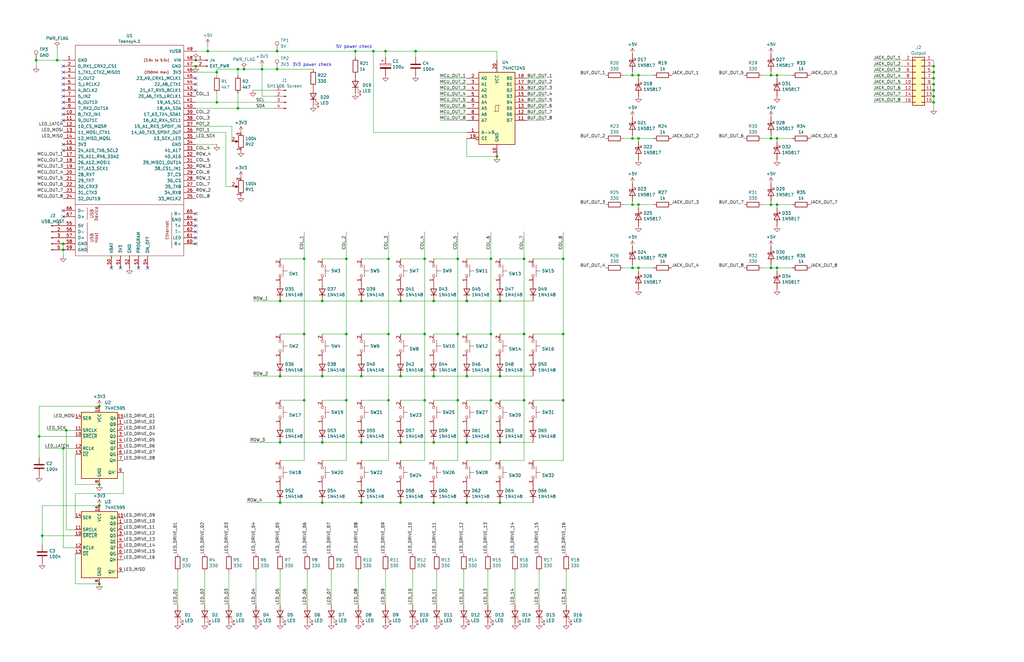
<source format=kicad_sch>
(kicad_sch (version 20250114) (generator "eeschema") (generator_version "9.0")
  (paper "USLedger")
  (text "5V power check" (at 149.352 19.812 0) (effects (font (size 1.27 1.27))))
  (text "3V3 power check" (at 131.572 27.432 0) (effects (font (size 1.27 1.27))))
  (junction (at 41.91 213.36))
  (junction (at 193.04 168.91))
  (junction (at 237.49 109.22))
  (junction (at 146.05 109.22))
  (junction (at 325.12 58.42))
  (junction (at 393.7 27.94))
  (junction (at 327.66 113.03))
  (junction (at 16.51 184.15))
  (junction (at 210.82 127))
  (junction (at 41.91 246.38))
  (junction (at 162.56 21.59))
  (junction (at 100.33 45.72))
  (junction (at 266.7 113.03))
  (junction (at 393.7 30.48))
  (junction (at 325.12 31.75))
  (junction (at 269.24 31.75))
  (junction (at 179.07 140.97))
  (junction (at 91.44 30.48))
  (junction (at 157.48 21.59))
  (junction (at 193.04 140.97))
  (junction (at 26.67 105.41))
  (junction (at 196.85 186.69))
  (junction (at 116.84 21.59))
  (junction (at 210.82 186.69))
  (junction (at 135.89 186.69))
  (junction (at 210.82 158.75))
  (junction (at 152.4 158.75))
  (junction (at 168.91 127))
  (junction (at 100.33 29.21))
  (junction (at 163.83 109.22))
  (junction (at 87.63 21.59))
  (junction (at 325.12 113.03))
  (junction (at 128.27 140.97))
  (junction (at 41.91 204.47))
  (junction (at 207.01 140.97))
  (junction (at 163.83 168.91))
  (junction (at 82.55 27.94))
  (junction (at 118.11 127))
  (junction (at 196.85 158.75))
  (junction (at 26.67 102.87))
  (junction (at 26.67 189.23))
  (junction (at 152.4 212.09))
  (junction (at 327.66 58.42))
  (junction (at 207.01 168.91))
  (junction (at 118.11 158.75))
  (junction (at 327.66 31.75))
  (junction (at 163.83 140.97))
  (junction (at 266.7 31.75))
  (junction (at 128.27 109.22))
  (junction (at 393.7 43.18))
  (junction (at 128.27 168.91))
  (junction (at 220.98 109.22))
  (junction (at 269.24 113.03))
  (junction (at 266.7 58.42))
  (junction (at 168.91 186.69))
  (junction (at 196.85 212.09))
  (junction (at 110.49 29.21))
  (junction (at 207.01 109.22))
  (junction (at 135.89 127))
  (junction (at 209.55 66.04))
  (junction (at 269.24 86.36))
  (junction (at 152.4 127))
  (junction (at 237.49 168.91))
  (junction (at 182.88 127))
  (junction (at 146.05 140.97))
  (junction (at 146.05 168.91))
  (junction (at 41.91 171.45))
  (junction (at 220.98 140.97))
  (junction (at 15.24 25.4))
  (junction (at 393.7 40.64))
  (junction (at 210.82 212.09))
  (junction (at 182.88 186.69))
  (junction (at 168.91 212.09))
  (junction (at 149.86 21.59))
  (junction (at 182.88 212.09))
  (junction (at 152.4 186.69))
  (junction (at 393.7 33.02))
  (junction (at 168.91 158.75))
  (junction (at 393.7 35.56))
  (junction (at 116.84 29.21))
  (junction (at 220.98 168.91))
  (junction (at 118.11 186.69))
  (junction (at 193.04 109.22))
  (junction (at 179.07 109.22))
  (junction (at 24.13 25.4))
  (junction (at 237.49 140.97))
  (junction (at 196.85 127))
  (junction (at 102.87 29.21))
  (junction (at 182.88 158.75))
  (junction (at 135.89 212.09))
  (junction (at 118.11 212.09))
  (junction (at 91.44 43.18))
  (junction (at 327.66 86.36))
  (junction (at 266.7 86.36))
  (junction (at 393.7 38.1))
  (junction (at 135.89 158.75))
  (junction (at 17.78 226.06))
  (junction (at 175.26 21.59))
  (junction (at 82.55 25.4))
  (junction (at 325.12 86.36))
  (junction (at 27.94 181.61))
  (junction (at 269.24 58.42))
  (junction (at 179.07 168.91))
  (no_connect (at 50.8 113.03))
  (no_connect (at 26.67 35.56))
  (no_connect (at 82.55 33.02))
  (no_connect (at 26.67 33.02))
  (no_connect (at 82.55 95.25))
  (no_connect (at 26.67 60.96))
  (no_connect (at 82.55 90.17))
  (no_connect (at 82.55 97.79))
  (no_connect (at 26.67 30.48))
  (no_connect (at 82.55 35.56))
  (no_connect (at 26.67 40.64))
  (no_connect (at 26.67 91.44))
  (no_connect (at 26.67 63.5))
  (no_connect (at 26.67 50.8))
  (no_connect (at 82.55 102.87))
  (no_connect (at 26.67 38.1))
  (no_connect (at 46.99 113.03))
  (no_connect (at 26.67 27.94))
  (no_connect (at 26.67 45.72))
  (no_connect (at 58.42 113.03))
  (no_connect (at 82.55 92.71))
  (no_connect (at 82.55 38.1))
  (no_connect (at 26.67 43.18))
  (no_connect (at 62.23 113.03))
  (no_connect (at 26.67 88.9))
  (no_connect (at 26.67 48.26))
  (no_connect (at 82.55 100.33))
  (wire (pts (xy 27.94 181.61) (xy 27.94 223.52)))
  (wire (pts (xy 146.05 97.79) (xy 146.05 109.22)))
  (wire (pts (xy 368.3 40.64) (xy 381 40.64)))
  (wire (pts (xy 149.86 21.59) (xy 157.48 21.59)))
  (wire (pts (xy 196.85 158.75) (xy 210.82 158.75)))
  (wire (pts (xy 15.24 25.4) (xy 24.13 25.4)))
  (wire (pts (xy 95.25 78.74) (xy 97.79 78.74)))
  (wire (pts (xy 269.24 58.42) (xy 269.24 59.69)))
  (wire (pts (xy 16.51 184.15) (xy 16.51 193.04)))
  (wire (pts (xy 152.4 127) (xy 168.91 127)))
  (wire (pts (xy 210.82 158.75) (xy 224.79 158.75)))
  (wire (pts (xy 91.44 30.48) (xy 91.44 29.21)))
  (wire (pts (xy 128.27 97.79) (xy 128.27 109.22)))
  (wire (pts (xy 222.25 33.02) (xy 229.87 33.02)))
  (wire (pts (xy 266.7 31.75) (xy 269.24 31.75)))
  (wire (pts (xy 184.15 255.27) (xy 184.15 241.3)))
  (wire (pts (xy 266.7 30.48) (xy 266.7 31.75)))
  (wire (pts (xy 193.04 140.97) (xy 193.04 168.91)))
  (wire (pts (xy 196.85 168.91) (xy 207.01 168.91)))
  (wire (pts (xy 82.55 53.34) (xy 97.79 53.34)))
  (wire (pts (xy 193.04 97.79) (xy 193.04 109.22)))
  (wire (pts (xy 325.12 31.75) (xy 327.66 31.75)))
  (wire (pts (xy 262.89 86.36) (xy 266.7 86.36)))
  (wire (pts (xy 139.7 255.27) (xy 139.7 241.3)))
  (wire (pts (xy 24.13 25.4) (xy 26.67 25.4)))
  (wire (pts (xy 227.33 255.27) (xy 227.33 241.3)))
  (wire (pts (xy 163.83 140.97) (xy 163.83 168.91)))
  (wire (pts (xy 82.55 21.59) (xy 87.63 21.59)))
  (wire (pts (xy 182.88 212.09) (xy 196.85 212.09)))
  (wire (pts (xy 269.24 31.75) (xy 275.59 31.75)))
  (wire (pts (xy 196.85 109.22) (xy 207.01 109.22)))
  (wire (pts (xy 207.01 194.31) (xy 196.85 194.31)))
  (wire (pts (xy 185.42 40.64) (xy 196.85 40.64)))
  (wire (pts (xy 325.12 85.09) (xy 325.12 86.36)))
  (wire (pts (xy 269.24 31.75) (xy 269.24 33.02)))
  (wire (pts (xy 128.27 109.22) (xy 128.27 140.97)))
  (wire (pts (xy 152.4 158.75) (xy 168.91 158.75)))
  (wire (pts (xy 116.84 21.59) (xy 149.86 21.59)))
  (wire (pts (xy 179.07 97.79) (xy 179.07 109.22)))
  (wire (pts (xy 17.78 226.06) (xy 17.78 229.87)))
  (wire (pts (xy 182.88 140.97) (xy 193.04 140.97)))
  (wire (pts (xy 222.25 43.18) (xy 229.87 43.18)))
  (wire (pts (xy 207.01 97.79) (xy 207.01 109.22)))
  (wire (pts (xy 210.82 127) (xy 224.79 127)))
  (wire (pts (xy 168.91 186.69) (xy 182.88 186.69)))
  (wire (pts (xy 327.66 58.42) (xy 327.66 59.69)))
  (wire (pts (xy 393.7 30.48) (xy 393.7 33.02)))
  (wire (pts (xy 118.11 127) (xy 135.89 127)))
  (wire (pts (xy 368.3 27.94) (xy 381 27.94)))
  (wire (pts (xy 157.48 21.59) (xy 162.56 21.59)))
  (wire (pts (xy 100.33 29.21) (xy 100.33 31.75)))
  (wire (pts (xy 82.55 30.48) (xy 91.44 30.48)))
  (wire (pts (xy 196.85 66.04) (xy 209.55 66.04)))
  (wire (pts (xy 185.42 48.26) (xy 196.85 48.26)))
  (wire (pts (xy 266.7 85.09) (xy 266.7 86.36)))
  (wire (pts (xy 327.66 86.36) (xy 334.01 86.36)))
  (wire (pts (xy 196.85 58.42) (xy 196.85 66.04)))
  (wire (pts (xy 321.31 86.36) (xy 325.12 86.36)))
  (wire (pts (xy 266.7 111.76) (xy 266.7 113.03)))
  (wire (pts (xy 31.75 246.38) (xy 41.91 246.38)))
  (wire (pts (xy 238.76 255.27) (xy 238.76 241.3)))
  (wire (pts (xy 16.51 171.45) (xy 41.91 171.45)))
  (wire (pts (xy 168.91 109.22) (xy 179.07 109.22)))
  (wire (pts (xy 266.7 58.42) (xy 269.24 58.42)))
  (wire (pts (xy 152.4 186.69) (xy 168.91 186.69)))
  (wire (pts (xy 393.7 38.1) (xy 393.7 40.64)))
  (wire (pts (xy 220.98 194.31) (xy 210.82 194.31)))
  (wire (pts (xy 97.79 53.34) (xy 97.79 59.69)))
  (wire (pts (xy 220.98 140.97) (xy 220.98 168.91)))
  (wire (pts (xy 222.25 50.8) (xy 229.87 50.8)))
  (wire (pts (xy 106.68 127) (xy 118.11 127)))
  (wire (pts (xy 210.82 212.09) (xy 224.79 212.09)))
  (wire (pts (xy 393.7 40.64) (xy 393.7 43.18)))
  (wire (pts (xy 269.24 86.36) (xy 275.59 86.36)))
  (wire (pts (xy 118.11 158.75) (xy 135.89 158.75)))
  (wire (pts (xy 210.82 168.91) (xy 220.98 168.91)))
  (wire (pts (xy 193.04 194.31) (xy 182.88 194.31)))
  (wire (pts (xy 24.13 20.32) (xy 24.13 25.4)))
  (wire (pts (xy 185.42 45.72) (xy 196.85 45.72)))
  (wire (pts (xy 27.94 223.52) (xy 31.75 223.52)))
  (wire (pts (xy 91.44 43.18) (xy 91.44 39.37)))
  (wire (pts (xy 82.55 55.88) (xy 95.25 55.88)))
  (wire (pts (xy 173.99 255.27) (xy 173.99 241.3)))
  (wire (pts (xy 31.75 204.47) (xy 41.91 204.47)))
  (wire (pts (xy 325.12 58.42) (xy 327.66 58.42)))
  (wire (pts (xy 237.49 168.91) (xy 237.49 194.31)))
  (wire (pts (xy 149.86 21.59) (xy 149.86 24.13)))
  (wire (pts (xy 86.36 255.27) (xy 86.36 241.3)))
  (wire (pts (xy 207.01 140.97) (xy 207.01 168.91)))
  (wire (pts (xy 162.56 21.59) (xy 175.26 21.59)))
  (wire (pts (xy 368.3 25.4) (xy 381 25.4)))
  (wire (pts (xy 31.75 191.77) (xy 31.75 204.47)))
  (wire (pts (xy 220.98 97.79) (xy 220.98 109.22)))
  (wire (pts (xy 237.49 140.97) (xy 237.49 168.91)))
  (wire (pts (xy 168.91 158.75) (xy 182.88 158.75)))
  (wire (pts (xy 321.31 113.03) (xy 325.12 113.03)))
  (wire (pts (xy 96.52 255.27) (xy 96.52 241.3)))
  (wire (pts (xy 104.14 212.09) (xy 118.11 212.09)))
  (wire (pts (xy 217.17 255.27) (xy 217.17 241.3)))
  (wire (pts (xy 110.49 27.94) (xy 110.49 29.21)))
  (wire (pts (xy 266.7 113.03) (xy 269.24 113.03)))
  (wire (pts (xy 100.33 45.72) (xy 115.57 45.72)))
  (wire (pts (xy 15.24 27.94) (xy 15.24 25.4)))
  (wire (pts (xy 393.7 25.4) (xy 393.7 27.94)))
  (wire (pts (xy 237.49 97.79) (xy 237.49 109.22)))
  (wire (pts (xy 321.31 58.42) (xy 325.12 58.42)))
  (wire (pts (xy 110.49 29.21) (xy 110.49 40.64)))
  (wire (pts (xy 196.85 140.97) (xy 207.01 140.97)))
  (wire (pts (xy 163.83 194.31) (xy 152.4 194.31)))
  (wire (pts (xy 325.12 111.76) (xy 325.12 113.03)))
  (wire (pts (xy 266.7 86.36) (xy 269.24 86.36)))
  (wire (pts (xy 118.11 186.69) (xy 135.89 186.69)))
  (wire (pts (xy 269.24 113.03) (xy 275.59 113.03)))
  (wire (pts (xy 175.26 21.59) (xy 175.26 24.13)))
  (wire (pts (xy 118.11 109.22) (xy 128.27 109.22)))
  (wire (pts (xy 168.91 140.97) (xy 179.07 140.97)))
  (wire (pts (xy 135.89 186.69) (xy 152.4 186.69)))
  (wire (pts (xy 222.25 45.72) (xy 229.87 45.72)))
  (wire (pts (xy 163.83 168.91) (xy 163.83 194.31)))
  (wire (pts (xy 222.25 35.56) (xy 229.87 35.56)))
  (wire (pts (xy 182.88 109.22) (xy 193.04 109.22)))
  (wire (pts (xy 327.66 58.42) (xy 334.01 58.42)))
  (wire (pts (xy 87.63 21.59) (xy 116.84 21.59)))
  (wire (pts (xy 182.88 158.75) (xy 196.85 158.75)))
  (wire (pts (xy 224.79 168.91) (xy 237.49 168.91)))
  (wire (pts (xy 179.07 194.31) (xy 168.91 194.31)))
  (wire (pts (xy 193.04 168.91) (xy 193.04 194.31)))
  (wire (pts (xy 196.85 55.88) (xy 157.48 55.88)))
  (wire (pts (xy 182.88 186.69) (xy 196.85 186.69)))
  (wire (pts (xy 321.31 31.75) (xy 325.12 31.75)))
  (wire (pts (xy 182.88 127) (xy 196.85 127)))
  (wire (pts (xy 325.12 57.15) (xy 325.12 58.42)))
  (wire (pts (xy 237.49 194.31) (xy 224.79 194.31)))
  (wire (pts (xy 368.3 43.18) (xy 381 43.18)))
  (wire (pts (xy 107.95 255.27) (xy 107.95 241.3)))
  (wire (pts (xy 146.05 140.97) (xy 146.05 168.91)))
  (wire (pts (xy 327.66 113.03) (xy 334.01 113.03)))
  (wire (pts (xy 168.91 127) (xy 182.88 127)))
  (wire (pts (xy 129.54 255.27) (xy 129.54 241.3)))
  (wire (pts (xy 91.44 31.75) (xy 91.44 30.48)))
  (wire (pts (xy 179.07 168.91) (xy 179.07 194.31)))
  (wire (pts (xy 195.58 255.27) (xy 195.58 241.3)))
  (wire (pts (xy 325.12 30.48) (xy 325.12 31.75)))
  (wire (pts (xy 146.05 194.31) (xy 135.89 194.31)))
  (wire (pts (xy 163.83 109.22) (xy 163.83 140.97)))
  (wire (pts (xy 220.98 168.91) (xy 220.98 194.31)))
  (wire (pts (xy 17.78 226.06) (xy 17.78 213.36)))
  (wire (pts (xy 95.25 55.88) (xy 95.25 78.74)))
  (wire (pts (xy 26.67 105.41) (xy 26.67 107.95)))
  (wire (pts (xy 222.25 48.26) (xy 229.87 48.26)))
  (wire (pts (xy 102.87 29.21) (xy 110.49 29.21)))
  (wire (pts (xy 118.11 255.27) (xy 118.11 241.3)))
  (wire (pts (xy 110.49 29.21) (xy 116.84 29.21)))
  (wire (pts (xy 31.75 184.15) (xy 16.51 184.15)))
  (wire (pts (xy 393.7 35.56) (xy 393.7 38.1)))
  (wire (pts (xy 31.75 233.68) (xy 31.75 246.38)))
  (wire (pts (xy 325.12 86.36) (xy 327.66 86.36)))
  (wire (pts (xy 87.63 21.59) (xy 87.63 19.05)))
  (wire (pts (xy 185.42 50.8) (xy 196.85 50.8)))
  (wire (pts (xy 146.05 168.91) (xy 146.05 194.31)))
  (wire (pts (xy 393.7 27.94) (xy 393.7 30.48)))
  (wire (pts (xy 327.66 86.36) (xy 327.66 87.63)))
  (wire (pts (xy 152.4 168.91) (xy 163.83 168.91)))
  (wire (pts (xy 209.55 21.59) (xy 209.55 25.4)))
  (wire (pts (xy 52.07 208.28) (xy 31.75 208.28)))
  (wire (pts (xy 152.4 140.97) (xy 163.83 140.97)))
  (wire (pts (xy 168.91 212.09) (xy 182.88 212.09)))
  (wire (pts (xy 210.82 140.97) (xy 220.98 140.97)))
  (wire (pts (xy 105.41 186.69) (xy 118.11 186.69)))
  (wire (pts (xy 20.32 181.61) (xy 27.94 181.61)))
  (wire (pts (xy 196.85 127) (xy 210.82 127)))
  (wire (pts (xy 262.89 113.03) (xy 266.7 113.03)))
  (wire (pts (xy 128.27 194.31) (xy 118.11 194.31)))
  (wire (pts (xy 100.33 39.37) (xy 100.33 45.72)))
  (wire (pts (xy 205.74 255.27) (xy 205.74 241.3)))
  (wire (pts (xy 82.55 60.96) (xy 91.44 60.96)))
  (wire (pts (xy 102.87 29.21) (xy 100.33 29.21)))
  (wire (pts (xy 146.05 109.22) (xy 146.05 140.97)))
  (wire (pts (xy 393.7 33.02) (xy 393.7 35.56)))
  (wire (pts (xy 74.93 255.27) (xy 74.93 241.3)))
  (wire (pts (xy 193.04 109.22) (xy 193.04 140.97)))
  (wire (pts (xy 224.79 109.22) (xy 237.49 109.22)))
  (wire (pts (xy 327.66 31.75) (xy 327.66 33.02)))
  (wire (pts (xy 19.05 189.23) (xy 26.67 189.23)))
  (wire (pts (xy 210.82 109.22) (xy 220.98 109.22)))
  (wire (pts (xy 185.42 38.1) (xy 196.85 38.1)))
  (wire (pts (xy 196.85 186.69) (xy 210.82 186.69)))
  (wire (pts (xy 220.98 109.22) (xy 220.98 140.97)))
  (wire (pts (xy 179.07 109.22) (xy 179.07 140.97)))
  (wire (pts (xy 135.89 127) (xy 152.4 127)))
  (wire (pts (xy 128.27 168.91) (xy 128.27 194.31)))
  (wire (pts (xy 222.25 40.64) (xy 229.87 40.64)))
  (wire (pts (xy 207.01 168.91) (xy 207.01 194.31)))
  (wire (pts (xy 162.56 21.59) (xy 162.56 24.13)))
  (wire (pts (xy 135.89 212.09) (xy 152.4 212.09)))
  (wire (pts (xy 26.67 189.23) (xy 26.67 231.14)))
  (wire (pts (xy 31.75 208.28) (xy 31.75 218.44)))
  (wire (pts (xy 262.89 58.42) (xy 266.7 58.42)))
  (wire (pts (xy 182.88 168.91) (xy 193.04 168.91)))
  (wire (pts (xy 26.67 231.14) (xy 31.75 231.14)))
  (wire (pts (xy 224.79 140.97) (xy 237.49 140.97)))
  (wire (pts (xy 151.13 255.27) (xy 151.13 241.3)))
  (wire (pts (xy 146.05 168.91) (xy 135.89 168.91)))
  (wire (pts (xy 91.44 43.18) (xy 115.57 43.18)))
  (wire (pts (xy 196.85 212.09) (xy 210.82 212.09)))
  (wire (pts (xy 368.3 35.56) (xy 381 35.56)))
  (wire (pts (xy 210.82 186.69) (xy 224.79 186.69)))
  (wire (pts (xy 115.57 40.64) (xy 110.49 40.64)))
  (wire (pts (xy 222.25 38.1) (xy 229.87 38.1)))
  (wire (pts (xy 157.48 55.88) (xy 157.48 21.59)))
  (wire (pts (xy 17.78 213.36) (xy 41.91 213.36)))
  (wire (pts (xy 327.66 113.03) (xy 327.66 114.3)))
  (wire (pts (xy 163.83 97.79) (xy 163.83 109.22)))
  (wire (pts (xy 175.26 21.59) (xy 209.55 21.59)))
  (wire (pts (xy 118.11 212.09) (xy 135.89 212.09)))
  (wire (pts (xy 262.89 31.75) (xy 266.7 31.75)))
  (wire (pts (xy 118.11 140.97) (xy 128.27 140.97)))
  (wire (pts (xy 128.27 140.97) (xy 128.27 168.91)))
  (wire (pts (xy 207.01 109.22) (xy 207.01 140.97)))
  (wire (pts (xy 168.91 168.91) (xy 179.07 168.91)))
  (wire (pts (xy 135.89 158.75) (xy 152.4 158.75)))
  (wire (pts (xy 179.07 140.97) (xy 179.07 168.91)))
  (wire (pts (xy 368.3 38.1) (xy 381 38.1)))
  (wire (pts (xy 26.67 102.87) (xy 26.67 105.41)))
  (wire (pts (xy 269.24 58.42) (xy 275.59 58.42)))
  (wire (pts (xy 31.75 181.61) (xy 27.94 181.61)))
  (wire (pts (xy 91.44 29.21) (xy 100.33 29.21)))
  (wire (pts (xy 106.68 158.75) (xy 118.11 158.75)))
  (wire (pts (xy 368.3 30.48) (xy 381 30.48)))
  (wire (pts (xy 82.55 45.72) (xy 100.33 45.72)))
  (wire (pts (xy 185.42 43.18) (xy 196.85 43.18)))
  (wire (pts (xy 237.49 109.22) (xy 237.49 140.97)))
  (wire (pts (xy 146.05 140.97) (xy 135.89 140.97)))
  (wire (pts (xy 269.24 86.36) (xy 269.24 87.63)))
  (wire (pts (xy 118.11 168.91) (xy 128.27 168.91)))
  (wire (pts (xy 368.3 33.02) (xy 381 33.02)))
  (wire (pts (xy 325.12 113.03) (xy 327.66 113.03)))
  (wire (pts (xy 52.07 199.39) (xy 52.07 208.28)))
  (wire (pts (xy 116.84 29.21) (xy 132.08 29.21)))
  (wire (pts (xy 82.55 43.18) (xy 91.44 43.18)))
  (wire (pts (xy 185.42 33.02) (xy 196.85 33.02)))
  (wire (pts (xy 152.4 212.09) (xy 168.91 212.09)))
  (wire (pts (xy 135.89 109.22) (xy 146.05 109.22)))
  (wire (pts (xy 31.75 189.23) (xy 26.67 189.23)))
  (wire (pts (xy 106.68 38.1) (xy 115.57 38.1)))
  (wire (pts (xy 269.24 113.03) (xy 269.24 114.3)))
  (wire (pts (xy 162.56 255.27) (xy 162.56 241.3)))
  (wire (pts (xy 185.42 35.56) (xy 196.85 35.56)))
  (wire (pts (xy 327.66 31.75) (xy 334.01 31.75)))
  (wire (pts (xy 393.7 43.18) (xy 393.7 45.72)))
  (wire (pts (xy 31.75 226.06) (xy 17.78 226.06)))
  (wire (pts (xy 16.51 184.15) (xy 16.51 171.45)))
  (wire (pts (xy 152.4 109.22) (xy 163.83 109.22)))
  (wire (pts (xy 266.7 57.15) (xy 266.7 58.42)))
  (label "COL_4" (at 179.07 105.41 90))
  (label "COL_6" (at 207.01 105.41 90))
  (label "COL_7" (at 220.98 105.41 90))
  (label "COL_5" (at 193.04 105.41 90))
  (label "COL_8" (at 237.49 105.41 90))
  (label "COL_1" (at 128.27 105.41 90))
  (label "COL_2" (at 146.05 105.41 90))
  (label "COL_3" (at 163.83 105.41 90))
  (label "LED_05" (at 118.11 255.27 90))
  (label "MCU_OUT_2" (at 185.42 35.56 0))
  (label "BUF_OUT_5" (at 222.25 43.18 0))
  (label "COL_2" (at 82.55 48.26 0))
  (label "LED_16" (at 238.76 255.27 90))
  (label "BUF_OUT_6" (at 222.25 45.72 0))
  (label "BUF_OUT_1" (at 222.25 33.02 0))
  (label "BUF_OUT_3" (at 255.27 86.36 180))
  (label "BUF_OUT_8" (at 313.69 113.03 180))
  (label "LED_07" (at 139.7 255.27 90))
  (label "MCU_OUT_3" (at 185.42 38.1 0))
  (label "JACK_OUT_4" (at 368.3 33.02 0))
  (label "ROW_1" (at 82.55 76.2 0))
  (label "LED_09" (at 162.56 255.27 90))
  (label "COL_3" (at 82.55 50.8 0))
  (label "BUF_OUT_2" (at 222.25 35.56 0))
  (label "MCU_OUT_7" (at 185.42 48.26 0))
  (label "LED_08" (at 151.13 255.27 90))
  (label "BUF_OUT_7" (at 222.25 48.26 0))
  (label "LED_02" (at 86.36 255.27 90))
  (label "COL_4" (at 82.55 63.5 0))
  (label "LED_11" (at 184.15 255.27 90))
  (label "JACK_OUT_2" (at 368.3 27.94 0))
  (label "MCU_OUT_4" (at 26.67 73.66 180))
  (label "LED_LATCH" (at 26.67 53.34 180))
  (label "LED_01" (at 74.93 255.27 90))
  (label "ROW_4" (at 104.14 212.09 0))
  (label "ROW_3" (at 105.41 186.69 0))
  (label "ROW_2" (at 106.68 158.75 0))
  (label "ROW_1" (at 106.68 127 0))
  (label "LED_MOSI" (at 26.67 55.88 180))
  (label "JACK_OUT_5" (at 341.63 31.75 0))
  (label "LED_SCK" (at 82.55 58.42 0))
  (label "JACK_OUT_6" (at 341.63 58.42 0))
  (label "JACK_OUT_8" (at 341.63 113.03 0))
  (label "MCU_OUT_2" (at 26.67 68.58 180))
  (label "LED_14" (at 217.17 255.27 90))
  (label "JACK_OUT_1" (at 283.21 31.75 0))
  (label "JACK_OUT_7" (at 341.63 86.36 0))
  (label "MCU_OUT_1" (at 185.42 33.02 0))
  (label "SCL" (at 107.95 43.18 0))
  (label "MCU_OUT_8" (at 185.42 50.8 0))
  (label "JACK_OUT_3" (at 368.3 30.48 0))
  (label "JACK_OUT_3" (at 283.21 86.36 0))
  (label "BUF_OUT_8" (at 222.25 50.8 0))
  (label "SDA" (at 107.95 45.72 0))
  (label "LED_DRIVE_15" (at 52.07 233.68 0))
  (label "LED_DRIVE_14" (at 52.07 231.14 0))
  (label "LED_DRIVE_16" (at 52.07 236.22 0))
  (label "LED_DRIVE_01" (at 52.07 176.53 0))
  (label "LED_DRIVE_08" (at 52.07 194.31 0))
  (label "LED_DRIVE_07" (at 52.07 191.77 0))
  (label "LED_DRIVE_12" (at 52.07 226.06 0))
  (label "LED_DRIVE_09" (at 52.07 218.44 0))
  (label "LED_DRIVE_10" (at 52.07 220.98 0))
  (label "LED_DRIVE_11" (at 52.07 223.52 0))
  (label "LED_DRIVE_13" (at 52.07 228.6 0))
  (label "LED_DRIVE_02" (at 52.07 179.07 0))
  (label "LED_DRIVE_04" (at 52.07 184.15 0))
  (label "LED_DRIVE_03" (at 52.07 181.61 0))
  (label "LED_DRIVE_05" (at 52.07 186.69 0))
  (label "LED_DRIVE_06" (at 52.07 189.23 0))
  (label "BUF_OUT_2" (at 255.27 58.42 180))
  (label "JACK_OUT_4" (at 283.21 113.03 0))
  (label "MCU_OUT_6" (at 185.42 45.72 0))
  (label "COL_8" (at 82.55 83.82 0))
  (label "JACK_OUT_7" (at 368.3 40.64 0))
  (label "ROW_3" (at 82.55 71.12 0))
  (label "JACK_OUT_1" (at 368.3 25.4 0))
  (label "BUF_OUT_4" (at 255.27 113.03 180))
  (label "ROW_4" (at 82.55 66.04 0))
  (label "MCU_OUT_8" (at 26.67 83.82 180))
  (label "MCU_OUT_3" (at 26.67 71.12 180))
  (label "LED_06" (at 129.54 255.27 90))
  (label "BUF_OUT_4" (at 222.25 40.64 0))
  (label "MCU_OUT_5" (at 26.67 76.2 180))
  (label "LED_LATCH" (at 29.21 189.23 180))
  (label "BUF_OUT_5" (at 313.69 31.75 180))
  (label "JACK_OUT_5" (at 368.3 35.56 0))
  (label "POT_2" (at 82.55 53.34 0))
  (label "JACK_OUT_2" (at 283.21 58.42 0))
  (label "MCU_OUT_6" (at 26.67 78.74 180))
  (label "LED_04" (at 107.95 255.27 90))
  (label "MCU_OUT_7" (at 26.67 81.28 180))
  (label "BUF_OUT_6" (at 313.69 58.42 180))
  (label "LED_15" (at 227.33 255.27 90))
  (label "LED_MISO" (at 52.07 241.3 0))
  (label "JACK_OUT_8" (at 368.3 43.18 0))
  (label "BUF_OUT_7" (at 313.69 86.36 180))
  (label "BUF_OUT_1" (at 255.27 31.75 180))
  (label "LED_SCK" (at 27.94 181.61 180))
  (label "LED_10" (at 173.99 255.27 90))
  (label "JACK_OUT_6" (at 368.3 38.1 0))
  (label "LED_03" (at 96.52 255.27 90))
  (label "LED_13" (at 205.74 255.27 90))
  (label "ROW_2" (at 82.55 81.28 0))
  (label "BUF_OUT_3" (at 222.25 38.1 0))
  (label "LED_MOSI" (at 31.75 176.53 180))
  (label "COL_6" (at 82.55 73.66 0))
  (label "COL_5" (at 82.55 68.58 0))
  (label "POT_1" (at 82.55 55.88 0))
  (label "MCU_OUT_1" (at 26.67 66.04 180))
  (label "LED_MISO" (at 26.67 58.42 180))
  (label "COL_7" (at 82.55 78.74 0))
  (label "MCU_OUT_4" (at 185.42 40.64 0))
  (label "MCU_OUT_5" (at 185.42 43.18 0))
  (label "LED_12" (at 195.58 255.27 90))
  (label "COL_1" (at 82.55 40.64 0))
  (label "LED_DRIVE_15" (at 227.33 233.68 90))
  (label "LED_DRIVE_16" (at 238.76 233.68 90))
  (label "LED_DRIVE_14" (at 217.17 233.68 90))
  (label "LED_DRIVE_13" (at 205.74 233.68 90))
  (label "LED_DRIVE_04" (at 107.95 233.68 90))
  (label "LED_DRIVE_02" (at 86.36 233.68 90))
  (label "LED_DRIVE_03" (at 96.52 233.68 90))
  (label "LED_DRIVE_06" (at 129.54 233.68 90))
  (label "LED_DRIVE_05" (at 118.11 233.68 90))
  (label "LED_DRIVE_07" (at 139.7 233.68 90))
  (label "LED_DRIVE_08" (at 151.13 233.68 90))
  (label "LED_DRIVE_01" (at 74.93 233.68 90))
  (label "LED_DRIVE_10" (at 173.99 233.68 90))
  (label "LED_DRIVE_12" (at 195.58 233.68 90))
  (label "LED_DRIVE_09" (at 162.56 233.68 90))
  (label "LED_DRIVE_11" (at 184.15 233.68 90))
  (symbol (lib_id "Device:LED") (at 86.36 259.08 90) (unit 1)
    (property "Reference" "D2" (at 89.281 259.4553 90) (effects (justify right)))
    (property "Value" "LED" (at 89.281 261.8796 90) (effects (justify right)))
    (property "Footprint" "LED_THT:LED_D3.0mm" (effects (hide yes)))
    (property "Description" "Light emitting diode" (effects (hide yes)))
    (property "Sim.Pins" "1=K 2=A" (effects (hide yes)))
  )
  (symbol (lib_id "power:GND") (at 173.99 262.89 0) (unit 1)
    (property "Reference" "#PWR053" (effects (hide yes)))
    (property "Value" "GND" (effects (hide yes)))
    (property "Description" "Power symbol creates a global label with name \"GND\" , ground" (effects (hide yes)))
  )
  (symbol (lib_id "power:GND") (at 96.52 262.89 0) (unit 1)
    (property "Reference" "#PWR046" (effects (hide yes)))
    (property "Value" "GND" (effects (hide yes)))
    (property "Description" "Power symbol creates a global label with name \"GND\" , ground" (effects (hide yes)))
  )
  (symbol (lib_id "Device:R") (at 129.54 237.49 0) (unit 1)
    (property "Reference" "R8" (at 131.318 236.2778 0) (effects (justify left)))
    (property "Value" "330" (at 131.318 238.7021 0) (effects (justify left)))
    (property "Footprint" "Resistor_THT:R_Axial_DIN0207_L6.3mm_D2.5mm_P10.16mm_Horizontal" (effects (hide yes)))
    (property "Description" "Resistor" (effects (hide yes)))
  )
  (symbol (lib_id "Device:D") (at 182.88 208.28 90) (unit 1)
    (property "Reference" "D60" (at 184.912 207.0678 90) (effects (justify right)))
    (property "Value" "1N4148" (at 184.912 209.4921 90) (effects (justify right)))
    (property "Footprint" "Diode_THT:D_DO-35_SOD27_P7.62mm_Horizontal" (effects (hide yes)))
    (property "Description" "Diode" (effects (hide yes)))
    (property "Sim.Device" "D" (effects (hide yes)))
    (property "Sim.Pins" "1=K 2=A" (effects (hide yes)))
  )
  (symbol (lib_id "power:GND") (at 195.58 262.89 0) (unit 1)
    (property "Reference" "#PWR055" (effects (hide yes)))
    (property "Value" "GND" (effects (hide yes)))
    (property "Description" "Power symbol creates a global label with name \"GND\" , ground" (effects (hide yes)))
  )
  (symbol (lib_id "power:+3V3") (at 41.91 171.45 0) (unit 1)
    (property "Reference" "#PWR084" (effects (hide yes)))
    (property "Value" "+3V3" (at 41.91 167.3169 0))
    (property "Description" "Power symbol creates a global label with name \"+3V3\"" (effects (hide yes)))
  )
  (symbol (lib_id "Device:D") (at 152.4 154.94 90) (unit 1)
    (property "Reference" "D40" (at 154.432 153.7278 90) (effects (justify right)))
    (property "Value" "1N4148" (at 154.432 156.1521 90) (effects (justify right)))
    (property "Footprint" "Diode_THT:D_DO-35_SOD27_P7.62mm_Horizontal" (effects (hide yes)))
    (property "Description" "Diode" (effects (hide yes)))
    (property "Sim.Device" "D" (effects (hide yes)))
    (property "Sim.Pins" "1=K 2=A" (effects (hide yes)))
  )
  (symbol (lib_id "74xx:74HC595") (at 41.91 228.6 0) (unit 1)
    (property "Reference" "U3" (at 44.0533 211.7555 0) (effects (justify left)))
    (property "Value" "74HC595" (at 44.0533 214.1798 0) (effects (justify left)))
    (property "Footprint" "Package_DIP:DIP-16_W7.62mm" (effects (hide yes)))
    (property "Datasheet" "http://www.ti.com/lit/ds/symlink/sn74hc595.pdf" (effects (hide yes)))
    (property "Description" "8-bit serial in/out Shift Register 3-State Outputs" (effects (hide yes)))
  )
  (symbol (lib_id "power:GND") (at 101.6 63.5 0) (unit 1)
    (property "Reference" "#PWR038" (effects (hide yes)))
    (property "Value" "GND" (effects (hide yes)))
    (property "Description" "Power symbol creates a global label with name \"GND\" , ground" (effects (hide yes)))
  )
  (symbol (lib_id "power:GND") (at 269.24 40.64 0) (unit 1)
    (property "Reference" "#PWR060" (effects (hide yes)))
    (property "Value" "GND" (effects (hide yes)))
    (property "Description" "Power symbol creates a global label with name \"GND\" , ground" (effects (hide yes)))
  )
  (symbol (lib_id "power:GND") (at 217.17 262.89 0) (unit 1)
    (property "Reference" "#PWR057" (effects (hide yes)))
    (property "Value" "GND" (effects (hide yes)))
    (property "Description" "Power symbol creates a global label with name \"GND\" , ground" (effects (hide yes)))
  )
  (symbol (lib_id "power:GND") (at 17.78 237.49 0) (unit 1)
    (property "Reference" "#PWR04" (effects (hide yes)))
    (property "Value" "GND" (effects (hide yes)))
    (property "Description" "Power symbol creates a global label with name \"GND\" , ground" (effects (hide yes)))
  )
  (symbol (lib_id "CherryMX:CherryMX") (at 168.91 146.05 270) (mirror x) (unit 1)
    (property "Reference" "SW8" (at 172.593 147.2622 90) (effects (justify left)))
    (property "Value" "CherryMX" (effects (hide yes)))
    (property "Footprint" "project_footprints:CherryMX_1.00u" (effects (hide yes)))
  )
  (symbol (lib_id "Device:LED") (at 173.99 259.08 90) (unit 1)
    (property "Reference" "D10" (at 176.911 259.4553 90) (effects (justify right)))
    (property "Value" "LED" (at 176.911 261.8796 90) (effects (justify right)))
    (property "Footprint" "LED_THT:LED_D3.0mm" (effects (hide yes)))
    (property "Description" "Light emitting diode" (effects (hide yes)))
    (property "Sim.Pins" "1=K 2=A" (effects (hide yes)))
  )
  (symbol (lib_id "Device:D") (at 224.79 208.28 90) (unit 1)
    (property "Reference" "D66" (at 226.822 207.0678 90) (effects (justify right)))
    (property "Value" "1N4148" (at 226.822 209.4921 90) (effects (justify right)))
    (property "Footprint" "Diode_THT:D_DO-35_SOD27_P7.62mm_Horizontal" (effects (hide yes)))
    (property "Description" "Diode" (effects (hide yes)))
    (property "Sim.Device" "D" (effects (hide yes)))
    (property "Sim.Pins" "1=K 2=A" (effects (hide yes)))
  )
  (symbol (lib_id "power:+5V") (at 87.63 19.05 0) (unit 1)
    (property "Reference" "#PWR063" (effects (hide yes)))
    (property "Value" "+5V" (at 87.63 14.9169 0))
    (property "Description" "Power symbol creates a global label with name \"+5V\"" (effects (hide yes)))
  )
  (symbol (lib_id "Device:R") (at 238.76 237.49 0) (unit 1)
    (property "Reference" "R18" (at 240.538 236.2778 0) (effects (justify left)))
    (property "Value" "330" (at 240.538 238.7021 0) (effects (justify left)))
    (property "Footprint" "Resistor_THT:R_Axial_DIN0207_L6.3mm_D2.5mm_P10.16mm_Horizontal" (effects (hide yes)))
    (property "Description" "Resistor" (effects (hide yes)))
  )
  (symbol (lib_id "Connector:Conn_01x02_Pin") (at 87.63 25.4 0) (mirror y) (unit 1)
    (property "Reference" "J4" (at 88.3412 25.4578 0) (effects (justify right)))
    (property "Value" "EXT_PWR" (at 88.3412 27.8821 0) (effects (justify right)))
    (property "Footprint" "Connector_PinHeader_2.54mm:PinHeader_1x02_P2.54mm_Vertical" (effects (hide yes)))
    (property "Description" "Generic connector, single row, 01x02, script generated" (effects (hide yes)))
  )
  (symbol (lib_id "Device:R_Potentiometer") (at 101.6 59.69 180) (unit 1)
    (property "Reference" "RV2" (at 103.378 60.9022 0) (effects (justify right)))
    (property "Value" "100k" (at 103.378 58.4779 0) (effects (justify right)))
    (property "Footprint" "Potentiometer_THT:Potentiometer_Bourns_PTV09A-1_Single_Vertical" (effects (hide yes)))
    (property "Description" "Potentiometer" (effects (hide yes)))
  )
  (symbol (lib_id "Device:R_Potentiometer") (at 101.6 78.74 180) (unit 1)
    (property "Reference" "RV1" (at 103.378 79.9522 0) (effects (justify right)))
    (property "Value" "100k" (at 103.378 77.5279 0) (effects (justify right)))
    (property "Footprint" "Potentiometer_THT:Potentiometer_Bourns_PTV09A-1_Single_Vertical" (effects (hide yes)))
    (property "Description" "Potentiometer" (effects (hide yes)))
  )
  (symbol (lib_id "Device:D") (at 196.85 182.88 90) (unit 1)
    (property "Reference" "D61" (at 198.882 181.6678 90) (effects (justify right)))
    (property "Value" "1N4148" (at 198.882 184.0921 90) (effects (justify right)))
    (property "Footprint" "Diode_THT:D_DO-35_SOD27_P7.62mm_Horizontal" (effects (hide yes)))
    (property "Description" "Diode" (effects (hide yes)))
    (property "Sim.Device" "D" (effects (hide yes)))
    (property "Sim.Pins" "1=K 2=A" (effects (hide yes)))
  )
  (symbol (lib_id "Diode:1N5817") (at 266.7 81.28 270) (unit 1)
    (property "Reference" "D23" (at 268.732 79.7503 90) (effects (justify left)))
    (property "Value" "1N5817" (at 268.732 82.1746 90) (effects (justify left)))
    (property "Footprint" "Diode_THT:D_DO-15_P10.16mm_Horizontal" (effects (hide yes)))
    (property "Datasheet" "http://www.vishay.com/docs/88525/1n5817.pdf" (effects (hide yes)))
    (property "Description" "20V 1A Schottky Barrier Rectifier Diode, DO-41" (effects (hide yes)))
  )
  (symbol (lib_id "Device:R") (at 91.44 35.56 0) (unit 1)
    (property "Reference" "R1" (at 93.218 34.3478 0) (effects (justify left)))
    (property "Value" "4k7" (at 93.218 36.7721 0) (effects (justify left)))
    (property "Footprint" "Resistor_THT:R_Axial_DIN0207_L6.3mm_D2.5mm_P10.16mm_Horizontal" (effects (hide yes)))
    (property "Description" "Resistor" (effects (hide yes)))
  )
  (symbol (lib_id "Connector:TestPoint") (at 116.84 21.59 0) (unit 1)
    (property "Reference" "TP1" (at 118.237 17.0758 0) (effects (justify left)))
    (property "Value" "5V" (at 118.237 19.5001 0) (effects (justify left)))
    (property "Footprint" "TestPoint:TestPoint_Keystone_5000-5004_Miniature" (effects (hide yes)))
    (property "Description" "test point" (effects (hide yes)))
  )
  (symbol (lib_id "Connector:TestPoint") (at 116.84 29.21 0) (unit 1)
    (property "Reference" "TP2" (at 118.237 24.6958 0) (effects (justify left)))
    (property "Value" "3V3" (at 118.237 27.1201 0) (effects (justify left)))
    (property "Footprint" "TestPoint:TestPoint_Keystone_5000-5004_Miniature" (effects (hide yes)))
    (property "Description" "test point" (effects (hide yes)))
  )
  (symbol (lib_id "Device:LED") (at 195.58 259.08 90) (unit 1)
    (property "Reference" "D12" (at 198.501 259.4553 90) (effects (justify right)))
    (property "Value" "LED" (at 198.501 261.8796 90) (effects (justify right)))
    (property "Footprint" "LED_THT:LED_D3.0mm" (effects (hide yes)))
    (property "Description" "Light emitting diode" (effects (hide yes)))
    (property "Sim.Pins" "1=K 2=A" (effects (hide yes)))
  )
  (symbol (lib_id "power:GND") (at 209.55 66.04 0) (unit 1)
    (property "Reference" "#PWR061" (effects (hide yes)))
    (property "Value" "GND" (effects (hide yes)))
    (property "Description" "Power symbol creates a global label with name \"GND\" , ground" (effects (hide yes)))
  )
  (symbol (lib_id "power:+5V") (at 266.7 77.47 0) (unit 1)
    (property "Reference" "#PWR069" (effects (hide yes)))
    (property "Value" "+5V" (at 266.7 73.3369 0))
    (property "Description" "Power symbol creates a global label with name \"+5V\"" (effects (hide yes)))
  )
  (symbol (lib_id "power:GND") (at 269.24 67.31 0) (unit 1)
    (property "Reference" "#PWR068" (effects (hide yes)))
    (property "Value" "GND" (effects (hide yes)))
    (property "Description" "Power symbol creates a global label with name \"GND\" , ground" (effects (hide yes)))
  )
  (symbol (lib_id "CherryMX:CherryMX") (at 168.91 173.99 270) (mirror x) (unit 1)
    (property "Reference" "SW23" (at 172.593 175.2022 90) (effects (justify left)))
    (property "Value" "CherryMX" (effects (hide yes)))
    (property "Footprint" "project_footprints:CherryMX_1.00u" (effects (hide yes)))
  )
  (symbol (lib_id "power:PWR_FLAG") (at 102.87 29.21 0) (unit 1)
    (property "Reference" "#FLG02" (effects (hide yes)))
    (property "Value" "PWR_FLAG" (at 102.87 25.0769 0))
    (property "Description" "Special symbol for telling ERC where power comes from" (effects (hide yes)))
  )
  (symbol (lib_id "Device:D") (at 152.4 182.88 90) (unit 1)
    (property "Reference" "D55" (at 154.432 181.6678 90) (effects (justify right)))
    (property "Value" "1N4148" (at 154.432 184.0921 90) (effects (justify right)))
    (property "Footprint" "Diode_THT:D_DO-35_SOD27_P7.62mm_Horizontal" (effects (hide yes)))
    (property "Description" "Diode" (effects (hide yes)))
    (property "Sim.Device" "D" (effects (hide yes)))
    (property "Sim.Pins" "1=K 2=A" (effects (hide yes)))
  )
  (symbol (lib_id "power:PWR_FLAG") (at 24.13 20.32 0) (unit 1)
    (property "Reference" "#FLG01" (effects (hide yes)))
    (property "Value" "PWR_FLAG" (at 24.13 16.1869 0))
    (property "Description" "Special symbol for telling ERC where power comes from" (effects (hide yes)))
  )
  (symbol (lib_id "power:+3V3") (at 41.91 213.36 0) (unit 1)
    (property "Reference" "#PWR085" (effects (hide yes)))
    (property "Value" "+3V3" (at 41.91 209.2269 0))
    (property "Description" "Power symbol creates a global label with name \"+3V3\"" (effects (hide yes)))
  )
  (symbol (lib_id "Device:LED") (at 151.13 259.08 90) (unit 1)
    (property "Reference" "D8" (at 154.051 259.4553 90) (effects (justify right)))
    (property "Value" "LED" (at 154.051 261.8796 90) (effects (justify right)))
    (property "Footprint" "LED_THT:LED_D3.0mm" (effects (hide yes)))
    (property "Description" "Light emitting diode" (effects (hide yes)))
    (property "Sim.Pins" "1=K 2=A" (effects (hide yes)))
  )
  (symbol (lib_id "Connector_Generic:Conn_02x08_Odd_Even") (at 388.62 33.02 0) (mirror y) (unit 1)
    (property "Reference" "J2" (at 387.35 19.9855 0))
    (property "Value" "Output" (at 387.35 22.4098 0))
    (property "Footprint" "Connector_PinHeader_2.54mm:PinHeader_2x08_P2.54mm_Vertical" (effects (hide yes)))
    (property "Description" "Generic connector, double row, 02x08, odd/even pin numbering scheme (row 1 odd numbers, row 2 even numbers), script generated (kicad-library-utils/schlib/autogen/connector/)" (effects (hide yes)))
  )
  (symbol (lib_id "CherryMX:CherryMX") (at 210.82 146.05 270) (mirror x) (unit 1)
    (property "Reference" "SW14" (at 214.503 147.2622 90) (effects (justify left)))
    (property "Value" "CherryMX" (effects (hide yes)))
    (property "Footprint" "project_footprints:CherryMX_1.00u" (effects (hide yes)))
  )
  (symbol (lib_id "Device:D") (at 135.89 182.88 90) (unit 1)
    (property "Reference" "D53" (at 137.922 181.6678 90) (effects (justify right)))
    (property "Value" "1N4148" (at 137.922 184.0921 90) (effects (justify right)))
    (property "Footprint" "Diode_THT:D_DO-35_SOD27_P7.62mm_Horizontal" (effects (hide yes)))
    (property "Description" "Diode" (effects (hide yes)))
    (property "Sim.Device" "D" (effects (hide yes)))
    (property "Sim.Pins" "1=K 2=A" (effects (hide yes)))
  )
  (symbol (lib_id "Device:D") (at 196.85 208.28 90) (unit 1)
    (property "Reference" "D62" (at 198.882 207.0678 90) (effects (justify right)))
    (property "Value" "1N4148" (at 198.882 209.4921 90) (effects (justify right)))
    (property "Footprint" "Diode_THT:D_DO-35_SOD27_P7.62mm_Horizontal" (effects (hide yes)))
    (property "Description" "Diode" (effects (hide yes)))
    (property "Sim.Device" "D" (effects (hide yes)))
    (property "Sim.Pins" "1=K 2=A" (effects (hide yes)))
  )
  (symbol (lib_id "power:GND") (at 101.6 82.55 0) (unit 1)
    (property "Reference" "#PWR035" (effects (hide yes)))
    (property "Value" "GND" (effects (hide yes)))
    (property "Description" "Power symbol creates a global label with name \"GND\" , ground" (effects (hide yes)))
  )
  (symbol (lib_id "CherryMX:CherryMX") (at 182.88 199.39 270) (mirror x) (unit 1)
    (property "Reference" "SW26" (at 186.563 199.39 90) (effects (justify left)))
    (property "Value" "CherryMX" (effects (hide yes)))
    (property "Footprint" "project_footprints:CherryMX_1.00u" (effects (hide yes)))
  )
  (symbol (lib_id "Device:LED") (at 149.86 35.56 90) (unit 1)
    (property "Reference" "D19" (at 152.781 35.9353 90) (effects (justify right)))
    (property "Value" "LED" (at 152.781 38.3596 90) (effects (justify right)))
    (property "Footprint" "LED_THT:LED_D3.0mm" (effects (hide yes)))
    (property "Description" "Light emitting diode" (effects (hide yes)))
    (property "Sim.Pins" "1=K 2=A" (effects (hide yes)))
  )
  (symbol (lib_id "Device:LED") (at 74.93 259.08 90) (unit 1)
    (property "Reference" "D1" (at 77.851 259.4553 90) (effects (justify right)))
    (property "Value" "LED" (at 77.851 261.8796 90) (effects (justify right)))
    (property "Footprint" "LED_THT:LED_D3.0mm" (effects (hide yes)))
    (property "Description" "Light emitting diode" (effects (hide yes)))
    (property "Sim.Pins" "1=K 2=A" (effects (hide yes)))
  )
  (symbol (lib_id "Diode:1N5817") (at 269.24 36.83 270) (unit 1)
    (property "Reference" "D18" (at 271.272 35.3003 90) (effects (justify left)))
    (property "Value" "1N5817" (at 271.272 37.7246 90) (effects (justify left)))
    (property "Footprint" "Diode_THT:D_DO-15_P10.16mm_Horizontal" (effects (hide yes)))
    (property "Datasheet" "http://www.vishay.com/docs/88525/1n5817.pdf" (effects (hide yes)))
    (property "Description" "20V 1A Schottky Barrier Rectifier Diode, DO-41" (effects (hide yes)))
  )
  (symbol (lib_id "power:+3V3") (at 101.6 55.88 0) (unit 1)
    (property "Reference" "#PWR037" (effects (hide yes)))
    (property "Value" "+3V3" (at 101.6 51.7469 0))
    (property "Description" "Power symbol creates a global label with name \"+3V3\"" (effects (hide yes)))
  )
  (symbol (lib_id "Device:D") (at 210.82 123.19 90) (unit 1)
    (property "Reference" "D47" (at 212.852 121.9778 90) (effects (justify right)))
    (property "Value" "1N4148" (at 212.852 124.4021 90) (effects (justify right)))
    (property "Footprint" "Diode_THT:D_DO-35_SOD27_P7.62mm_Horizontal" (effects (hide yes)))
    (property "Description" "Diode" (effects (hide yes)))
    (property "Sim.Device" "D" (effects (hide yes)))
    (property "Sim.Pins" "1=K 2=A" (effects (hide yes)))
  )
  (symbol (lib_id "Device:D") (at 168.91 123.19 90) (unit 1)
    (property "Reference" "D41" (at 170.942 121.9778 90) (effects (justify right)))
    (property "Value" "1N4148" (at 170.942 124.4021 90) (effects (justify right)))
    (property "Footprint" "Diode_THT:D_DO-35_SOD27_P7.62mm_Horizontal" (effects (hide yes)))
    (property "Description" "Diode" (effects (hide yes)))
    (property "Sim.Device" "D" (effects (hide yes)))
    (property "Sim.Pins" "1=K 2=A" (effects (hide yes)))
  )
  (symbol (lib_id "power:GND") (at 175.26 31.75 0) (unit 1)
    (property "Reference" "#PWR05" (effects (hide yes)))
    (property "Value" "GND" (effects (hide yes)))
    (property "Description" "Power symbol creates a global label with name \"GND\" , ground" (effects (hide yes)))
  )
  (symbol (lib_id "Device:R") (at 259.08 58.42 90) (unit 1)
    (property "Reference" "R23" (at 259.08 53.2595 90))
    (property "Value" "330" (at 259.08 55.6838 90))
    (property "Footprint" "Resistor_THT:R_Axial_DIN0207_L6.3mm_D2.5mm_P10.16mm_Horizontal" (effects (hide yes)))
    (property "Description" "Resistor" (effects (hide yes)))
  )
  (symbol (lib_id "Device:R") (at 162.56 237.49 0) (unit 1)
    (property "Reference" "R11" (at 164.338 236.2778 0) (effects (justify left)))
    (property "Value" "330" (at 164.338 238.7021 0) (effects (justify left)))
    (property "Footprint" "Resistor_THT:R_Axial_DIN0207_L6.3mm_D2.5mm_P10.16mm_Horizontal" (effects (hide yes)))
    (property "Description" "Resistor" (effects (hide yes)))
  )
  (symbol (lib_id "Device:D") (at 224.79 123.19 90) (unit 1)
    (property "Reference" "D49" (at 226.822 121.9778 90) (effects (justify right)))
    (property "Value" "1N4148" (at 226.822 124.4021 90) (effects (justify right)))
    (property "Footprint" "Diode_THT:D_DO-35_SOD27_P7.62mm_Horizontal" (effects (hide yes)))
    (property "Description" "Diode" (effects (hide yes)))
    (property "Sim.Device" "D" (effects (hide yes)))
    (property "Sim.Pins" "1=K 2=A" (effects (hide yes)))
  )
  (symbol (lib_id "Device:R") (at 279.4 58.42 90) (unit 1)
    (property "Reference" "R24" (at 279.4 53.2595 90))
    (property "Value" "1k" (at 279.4 55.6838 90))
    (property "Footprint" "Resistor_THT:R_Axial_DIN0207_L6.3mm_D2.5mm_P10.16mm_Horizontal" (effects (hide yes)))
    (property "Description" "Resistor" (effects (hide yes)))
  )
  (symbol (lib_id "CherryMX:CherryMX") (at 182.88 173.99 270) (mirror x) (unit 1)
    (property "Reference" "SW25" (at 186.563 173.99 90) (effects (justify left)))
    (property "Value" "CherryMX" (effects (hide yes)))
    (property "Footprint" "project_footprints:CherryMX_1.00u" (effects (hide yes)))
  )
  (symbol (lib_id "Device:D") (at 168.91 182.88 90) (unit 1)
    (property "Reference" "D57" (at 170.942 181.6678 90) (effects (justify right)))
    (property "Value" "1N4148" (at 170.942 184.0921 90) (effects (justify right)))
    (property "Footprint" "Diode_THT:D_DO-35_SOD27_P7.62mm_Horizontal" (effects (hide yes)))
    (property "Description" "Diode" (effects (hide yes)))
    (property "Sim.Device" "D" (effects (hide yes)))
    (property "Sim.Pins" "1=K 2=A" (effects (hide yes)))
  )
  (symbol (lib_id "Diode:1N5817") (at 327.66 63.5 270) (unit 1)
    (property "Reference" "D32" (at 329.692 61.9703 90) (effects (justify left)))
    (property "Value" "1N5817" (at 329.692 64.3946 90) (effects (justify left)))
    (property "Footprint" "Diode_THT:D_DO-15_P10.16mm_Horizontal" (effects (hide yes)))
    (property "Datasheet" "http://www.vishay.com/docs/88525/1n5817.pdf" (effects (hide yes)))
    (property "Description" "20V 1A Schottky Barrier Rectifier Diode, DO-41" (effects (hide yes)))
  )
  (symbol (lib_id "power:GND") (at 327.66 95.25 0) (unit 1)
    (property "Reference" "#PWR080" (effects (hide yes)))
    (property "Value" "GND" (effects (hide yes)))
    (property "Description" "Power symbol creates a global label with name \"GND\" , ground" (effects (hide yes)))
  )
  (symbol (lib_id "Device:C") (at 17.78 233.68 0) (unit 1)
    (property "Reference" "C3" (at 20.701 232.4678 0) (effects (justify left)))
    (property "Value" "100n" (at 20.701 234.8921 0) (effects (justify left)))
    (property "Footprint" "Capacitor_THT:C_Disc_D5.0mm_W2.5mm_P2.50mm" (effects (hide yes)))
    (property "Description" "Unpolarized capacitor" (effects (hide yes)))
  )
  (symbol (lib_id "Diode:1N5817") (at 327.66 36.83 270) (unit 1)
    (property "Reference" "D31" (at 329.692 35.3003 90) (effects (justify left)))
    (property "Value" "1N5817" (at 329.692 37.7246 90) (effects (justify left)))
    (property "Footprint" "Diode_THT:D_DO-15_P10.16mm_Horizontal" (effects (hide yes)))
    (property "Datasheet" "http://www.vishay.com/docs/88525/1n5817.pdf" (effects (hide yes)))
    (property "Description" "20V 1A Schottky Barrier Rectifier Diode, DO-41" (effects (hide yes)))
  )
  (symbol (lib_id "Device:R") (at 279.4 31.75 90) (unit 1)
    (property "Reference" "R19" (at 279.4 26.5895 90))
    (property "Value" "1k" (at 279.4 29.0138 90))
    (property "Footprint" "Resistor_THT:R_Axial_DIN0207_L6.3mm_D2.5mm_P10.16mm_Horizontal" (effects (hide yes)))
    (property "Description" "Resistor" (effects (hide yes)))
  )
  (symbol (lib_id "CherryMX:CherryMX") (at 168.91 199.39 270) (mirror x) (unit 1)
    (property "Reference" "SW24" (at 172.593 200.6022 90) (effects (justify left)))
    (property "Value" "CherryMX" (effects (hide yes)))
    (property "Footprint" "project_footprints:CherryMX_1.00u" (effects (hide yes)))
  )
  (symbol (lib_id "CherryMX:CherryMX") (at 152.4 114.3 270) (mirror x) (unit 1)
    (property "Reference" "SW5" (at 156.083 114.3 90) (effects (justify left)))
    (property "Value" "CherryMX" (effects (hide yes)))
    (property "Footprint" "project_footprints:CherryMX_1.00u" (effects (hide yes)))
  )
  (symbol (lib_id "Device:R") (at 173.99 237.49 0) (unit 1)
    (property "Reference" "R12" (at 175.768 236.2778 0) (effects (justify left)))
    (property "Value" "330" (at 175.768 238.7021 0) (effects (justify left)))
    (property "Footprint" "Resistor_THT:R_Axial_DIN0207_L6.3mm_D2.5mm_P10.16mm_Horizontal" (effects (hide yes)))
    (property "Description" "Resistor" (effects (hide yes)))
  )
  (symbol (lib_id "Device:D") (at 135.89 208.28 90) (unit 1)
    (property "Reference" "D54" (at 137.922 207.0678 90) (effects (justify right)))
    (property "Value" "1N4148" (at 137.922 209.4921 90) (effects (justify right)))
    (property "Footprint" "Diode_THT:D_DO-35_SOD27_P7.62mm_Horizontal" (effects (hide yes)))
    (property "Description" "Diode" (effects (hide yes)))
    (property "Sim.Device" "D" (effects (hide yes)))
    (property "Sim.Pins" "1=K 2=A" (effects (hide yes)))
  )
  (symbol (lib_id "Device:D") (at 152.4 208.28 90) (unit 1)
    (property "Reference" "D56" (at 154.432 207.0678 90) (effects (justify right)))
    (property "Value" "1N4148" (at 154.432 209.4921 90) (effects (justify right)))
    (property "Footprint" "Diode_THT:D_DO-35_SOD27_P7.62mm_Horizontal" (effects (hide yes)))
    (property "Description" "Diode" (effects (hide yes)))
    (property "Sim.Device" "D" (effects (hide yes)))
    (property "Sim.Pins" "1=K 2=A" (effects (hide yes)))
  )
  (symbol (lib_id "Device:D") (at 210.82 182.88 90) (unit 1)
    (property "Reference" "D63" (at 212.852 181.6678 90) (effects (justify right)))
    (property "Value" "1N4148" (at 212.852 184.0921 90) (effects (justify right)))
    (property "Footprint" "Diode_THT:D_DO-35_SOD27_P7.62mm_Horizontal" (effects (hide yes)))
    (property "Description" "Diode" (effects (hide yes)))
    (property "Sim.Device" "D" (effects (hide yes)))
    (property "Sim.Pins" "1=K 2=A" (effects (hide yes)))
  )
  (symbol (lib_id "Device:D") (at 224.79 154.94 90) (unit 1)
    (property "Reference" "D50" (at 226.822 153.7278 90) (effects (justify right)))
    (property "Value" "1N4148" (at 226.822 156.1521 90) (effects (justify right)))
    (property "Footprint" "Diode_THT:D_DO-35_SOD27_P7.62mm_Horizontal" (effects (hide yes)))
    (property "Description" "Diode" (effects (hide yes)))
    (property "Sim.Device" "D" (effects (hide yes)))
    (property "Sim.Pins" "1=K 2=A" (effects (hide yes)))
  )
  (symbol (lib_id "Device:D") (at 118.11 208.28 90) (unit 1)
    (property "Reference" "D52" (at 120.142 207.0678 90) (effects (justify right)))
    (property "Value" "1N4148" (at 120.142 209.4921 90) (effects (justify right)))
    (property "Footprint" "Diode_THT:D_DO-35_SOD27_P7.62mm_Horizontal" (effects (hide yes)))
    (property "Description" "Diode" (effects (hide yes)))
    (property "Sim.Device" "D" (effects (hide yes)))
    (property "Sim.Pins" "1=K 2=A" (effects (hide yes)))
  )
  (symbol (lib_id "power:GND") (at 86.36 262.89 0) (unit 1)
    (property "Reference" "#PWR045" (effects (hide yes)))
    (property "Value" "GND" (effects (hide yes)))
    (property "Description" "Power symbol creates a global label with name \"GND\" , ground" (effects (hide yes)))
  )
  (symbol (lib_id "CherryMX:CherryMX") (at 182.88 114.3 270) (mirror x) (unit 1)
    (property "Reference" "SW9" (at 186.563 114.3 90) (effects (justify left)))
    (property "Value" "CherryMX" (effects (hide yes)))
    (property "Footprint" "project_footprints:CherryMX_1.00u" (effects (hide yes)))
  )
  (symbol (lib_id "Device:LED") (at 139.7 259.08 90) (unit 1)
    (property "Reference" "D7" (at 142.621 259.4553 90) (effects (justify right)))
    (property "Value" "LED" (at 142.621 261.8796 90) (effects (justify right)))
    (property "Footprint" "LED_THT:LED_D3.0mm" (effects (hide yes)))
    (property "Description" "Light emitting diode" (effects (hide yes)))
    (property "Sim.Pins" "1=K 2=A" (effects (hide yes)))
  )
  (symbol (lib_id "power:+3V3") (at 110.49 27.94 0) (unit 1)
    (property "Reference" "#PWR02" (effects (hide yes)))
    (property "Value" "+3V3" (at 110.49 23.8069 0))
    (property "Description" "Power symbol creates a global label with name \"+3V3\"" (effects (hide yes)))
  )
  (symbol (lib_id "Device:C") (at 175.26 27.94 0) (unit 1)
    (property "Reference" "C4" (at 178.181 26.7278 0) (effects (justify left)))
    (property "Value" "100n" (at 178.181 29.1521 0) (effects (justify left)))
    (property "Footprint" "Capacitor_THT:C_Disc_D5.0mm_W2.5mm_P2.50mm" (effects (hide yes)))
    (property "Description" "Unpolarized capacitor" (effects (hide yes)))
  )
  (symbol (lib_id "Device:R") (at 317.5 86.36 90) (unit 1)
    (property "Reference" "R31" (at 317.5 81.1995 90))
    (property "Value" "330" (at 317.5 83.6238 90))
    (property "Footprint" "Resistor_THT:R_Axial_DIN0207_L6.3mm_D2.5mm_P10.16mm_Horizontal" (effects (hide yes)))
    (property "Description" "Resistor" (effects (hide yes)))
  )
  (symbol (lib_id "Diode:1N5817") (at 325.12 26.67 270) (unit 1)
    (property "Reference" "D27" (at 327.152 25.1403 90) (effects (justify left)))
    (property "Value" "1N5817" (at 327.152 27.5646 90) (effects (justify left)))
    (property "Footprint" "Diode_THT:D_DO-15_P10.16mm_Horizontal" (effects (hide yes)))
    (property "Datasheet" "http://www.vishay.com/docs/88525/1n5817.pdf" (effects (hide yes)))
    (property "Description" "20V 1A Schottky Barrier Rectifier Diode, DO-41" (effects (hide yes)))
  )
  (symbol (lib_id "Device:D") (at 135.89 123.19 90) (unit 1)
    (property "Reference" "D37" (at 137.922 121.9778 90) (effects (justify right)))
    (property "Value" "1N4148" (at 137.922 124.4021 90) (effects (justify right)))
    (property "Footprint" "Diode_THT:D_DO-35_SOD27_P7.62mm_Horizontal" (effects (hide yes)))
    (property "Description" "Diode" (effects (hide yes)))
    (property "Sim.Device" "D" (effects (hide yes)))
    (property "Sim.Pins" "1=K 2=A" (effects (hide yes)))
  )
  (symbol (lib_id "power:GND") (at 41.91 204.47 0) (unit 1)
    (property "Reference" "#PWR082" (effects (hide yes)))
    (property "Value" "GND" (effects (hide yes)))
    (property "Description" "Power symbol creates a global label with name \"GND\" , ground" (effects (hide yes)))
  )
  (symbol (lib_id "Device:R") (at 74.93 237.49 0) (unit 1)
    (property "Reference" "R3" (at 76.708 236.2778 0) (effects (justify left)))
    (property "Value" "330" (at 76.708 238.7021 0) (effects (justify left)))
    (property "Footprint" "Resistor_THT:R_Axial_DIN0207_L6.3mm_D2.5mm_P10.16mm_Horizontal" (effects (hide yes)))
    (property "Description" "Resistor" (effects (hide yes)))
  )
  (symbol (lib_id "Device:LED") (at 184.15 259.08 90) (unit 1)
    (property "Reference" "D11" (at 187.071 259.4553 90) (effects (justify right)))
    (property "Value" "LED" (at 187.071 261.8796 90) (effects (justify right)))
    (property "Footprint" "LED_THT:LED_D3.0mm" (effects (hide yes)))
    (property "Description" "Light emitting diode" (effects (hide yes)))
    (property "Sim.Pins" "1=K 2=A" (effects (hide yes)))
  )
  (symbol (lib_id "CherryMX:CherryMX") (at 196.85 173.99 270) (mirror x) (unit 1)
    (property "Reference" "SW27" (at 200.533 173.99 90) (effects (justify left)))
    (property "Value" "CherryMX" (effects (hide yes)))
    (property "Footprint" "project_footprints:CherryMX_1.00u" (effects (hide yes)))
  )
  (symbol (lib_id "CherryMX:CherryMX") (at 118.11 199.39 270) (mirror x) (unit 1)
    (property "Reference" "SW18" (at 121.793 199.39 90) (effects (justify left)))
    (property "Value" "CherryMX" (effects (hide yes)))
    (property "Footprint" "project_footprints:CherryMX_1.00u" (effects (hide yes)))
  )
  (symbol (lib_id "Device:R") (at 96.52 237.49 0) (unit 1)
    (property "Reference" "R5" (at 98.298 236.2778 0) (effects (justify left)))
    (property "Value" "330" (at 98.298 238.7021 0) (effects (justify left)))
    (property "Footprint" "Resistor_THT:R_Axial_DIN0207_L6.3mm_D2.5mm_P10.16mm_Horizontal" (effects (hide yes)))
    (property "Description" "Resistor" (effects (hide yes)))
  )
  (symbol (lib_id "CherryMX:CherryMX") (at 168.91 114.3 270) (mirror x) (unit 1)
    (property "Reference" "SW7" (at 172.593 114.3 90) (effects (justify left)))
    (property "Value" "CherryMX" (effects (hide yes)))
    (property "Footprint" "project_footprints:CherryMX_1.00u" (effects (hide yes)))
  )
  (symbol (lib_id "Device:R") (at 259.08 31.75 90) (unit 1)
    (property "Reference" "R20" (at 259.08 26.5895 90))
    (property "Value" "330" (at 259.08 29.0138 90))
    (property "Footprint" "Resistor_THT:R_Axial_DIN0207_L6.3mm_D2.5mm_P10.16mm_Horizontal" (effects (hide yes)))
    (property "Description" "Resistor" (effects (hide yes)))
  )
  (symbol (lib_id "power:+5V") (at 266.7 22.86 0) (unit 1)
    (property "Reference" "#PWR066" (effects (hide yes)))
    (property "Value" "+5V" (at 266.7 18.7269 0))
    (property "Description" "Power symbol creates a global label with name \"+5V\"" (effects (hide yes)))
  )
  (symbol (lib_id "Device:R") (at 227.33 237.49 0) (unit 1)
    (property "Reference" "R17" (at 229.108 236.2778 0) (effects (justify left)))
    (property "Value" "330" (at 229.108 238.7021 0) (effects (justify left)))
    (property "Footprint" "Resistor_THT:R_Axial_DIN0207_L6.3mm_D2.5mm_P10.16mm_Horizontal" (effects (hide yes)))
    (property "Description" "Resistor" (effects (hide yes)))
  )
  (symbol (lib_id "power:GND") (at 54.61 113.03 0) (unit 1)
    (property "Reference" "#PWR040" (effects (hide yes)))
    (property "Value" "GND" (effects (hide yes)))
    (property "Description" "Power symbol creates a global label with name \"GND\" , ground" (effects (hide yes)))
  )
  (symbol (lib_id "Device:LED") (at 162.56 259.08 90) (unit 1)
    (property "Reference" "D9" (at 165.481 259.4553 90) (effects (justify right)))
    (property "Value" "LED" (at 165.481 261.8796 90) (effects (justify right)))
    (property "Footprint" "LED_THT:LED_D3.0mm" (effects (hide yes)))
    (property "Description" "Light emitting diode" (effects (hide yes)))
    (property "Sim.Pins" "1=K 2=A" (effects (hide yes)))
  )
  (symbol (lib_id "Device:R") (at 184.15 237.49 0) (unit 1)
    (property "Reference" "R13" (at 185.928 236.2778 0) (effects (justify left)))
    (property "Value" "330" (at 185.928 238.7021 0) (effects (justify left)))
    (property "Footprint" "Resistor_THT:R_Axial_DIN0207_L6.3mm_D2.5mm_P10.16mm_Horizontal" (effects (hide yes)))
    (property "Description" "Resistor" (effects (hide yes)))
  )
  (symbol (lib_id "power:GND") (at 227.33 262.89 0) (unit 1)
    (property "Reference" "#PWR058" (effects (hide yes)))
    (property "Value" "GND" (effects (hide yes)))
    (property "Description" "Power symbol creates a global label with name \"GND\" , ground" (effects (hide yes)))
  )
  (symbol (lib_id "power:+5V") (at 325.12 77.47 0) (unit 1)
    (property "Reference" "#PWR076" (effects (hide yes)))
    (property "Value" "+5V" (at 325.12 73.3369 0))
    (property "Description" "Power symbol creates a global label with name \"+5V\"" (effects (hide yes)))
  )
  (symbol (lib_id "Device:D") (at 182.88 182.88 90) (unit 1)
    (property "Reference" "D59" (at 184.912 181.6678 90) (effects (justify right)))
    (property "Value" "1N4148" (at 184.912 184.0921 90) (effects (justify right)))
    (property "Footprint" "Diode_THT:D_DO-35_SOD27_P7.62mm_Horizontal" (effects (hide yes)))
    (property "Description" "Diode" (effects (hide yes)))
    (property "Sim.Device" "D" (effects (hide yes)))
    (property "Sim.Pins" "1=K 2=A" (effects (hide yes)))
  )
  (symbol (lib_id "Device:LED") (at 227.33 259.08 90) (unit 1)
    (property "Reference" "D15" (at 230.251 259.4553 90) (effects (justify right)))
    (property "Value" "LED" (at 230.251 261.8796 90) (effects (justify right)))
    (property "Footprint" "LED_THT:LED_D3.0mm" (effects (hide yes)))
    (property "Description" "Light emitting diode" (effects (hide yes)))
    (property "Sim.Pins" "1=K 2=A" (effects (hide yes)))
  )
  (symbol (lib_id "Device:LED") (at 132.08 40.64 90) (unit 1)
    (property "Reference" "D20" (at 135.001 41.0153 90) (effects (justify right)))
    (property "Value" "LED" (at 135.001 43.4396 90) (effects (justify right)))
    (property "Footprint" "LED_THT:LED_D3.0mm" (effects (hide yes)))
    (property "Description" "Light emitting diode" (effects (hide yes)))
    (property "Sim.Pins" "1=K 2=A" (effects (hide yes)))
  )
  (symbol (lib_id "Device:D") (at 118.11 123.19 90) (unit 1)
    (property "Reference" "D35" (at 120.142 121.9778 90) (effects (justify right)))
    (property "Value" "1N4148" (at 120.142 124.4021 90) (effects (justify right)))
    (property "Footprint" "Diode_THT:D_DO-35_SOD27_P7.62mm_Horizontal" (effects (hide yes)))
    (property "Description" "Diode" (effects (hide yes)))
    (property "Sim.Device" "D" (effects (hide yes)))
    (property "Sim.Pins" "1=K 2=A" (effects (hide yes)))
  )
  (symbol (lib_id "CherryMX:CherryMX") (at 224.79 173.99 270) (mirror x) (unit 1)
    (property "Reference" "SW31" (at 228.473 173.99 90) (effects (justify left)))
    (property "Value" "CherryMX" (effects (hide yes)))
    (property "Footprint" "project_footprints:CherryMX_1.00u" (effects (hide yes)))
  )
  (symbol (lib_id "Device:R") (at 149.86 27.94 180) (unit 1)
    (property "Reference" "R21" (at 151.638 26.7278 0) (effects (justify right)))
    (property "Value" "1k" (at 151.638 29.1521 0) (effects (justify right)))
    (property "Footprint" "Resistor_THT:R_Axial_DIN0207_L6.3mm_D2.5mm_P10.16mm_Horizontal" (effects (hide yes)))
    (property "Description" "Resistor" (effects (hide yes)))
  )
  (symbol (lib_id "power:GND") (at 162.56 31.75 0) (unit 1)
    (property "Reference" "#PWR062" (effects (hide yes)))
    (property "Value" "GND" (effects (hide yes)))
    (property "Description" "Power symbol creates a global label with name \"GND\" , ground" (effects (hide yes)))
  )
  (symbol (lib_id "Device:D") (at 196.85 154.94 90) (unit 1)
    (property "Reference" "D46" (at 198.882 153.7278 90) (effects (justify right)))
    (property "Value" "1N4148" (at 198.882 156.1521 90) (effects (justify right)))
    (property "Footprint" "Diode_THT:D_DO-35_SOD27_P7.62mm_Horizontal" (effects (hide yes)))
    (property "Description" "Diode" (effects (hide yes)))
    (property "Sim.Device" "D" (effects (hide yes)))
    (property "Sim.Pins" "1=K 2=A" (effects (hide yes)))
  )
  (symbol (lib_id "power:+5V") (at 325.12 104.14 0) (unit 1)
    (property "Reference" "#PWR077" (effects (hide yes)))
    (property "Value" "+5V" (at 325.12 100.0069 0))
    (property "Description" "Power symbol creates a global label with name \"+5V\"" (effects (hide yes)))
  )
  (symbol (lib_id "Device:R") (at 132.08 33.02 0) (unit 1)
    (property "Reference" "R22" (at 133.858 31.8078 0) (effects (justify left)))
    (property "Value" "330" (at 133.858 34.2321 0) (effects (justify left)))
    (property "Footprint" "Resistor_THT:R_Axial_DIN0207_L6.3mm_D2.5mm_P10.16mm_Horizontal" (effects (hide yes)))
    (property "Description" "Resistor" (effects (hide yes)))
  )
  (symbol (lib_id "power:GND") (at 41.91 246.38 0) (unit 1)
    (property "Reference" "#PWR083" (effects (hide yes)))
    (property "Value" "GND" (effects (hide yes)))
    (property "Description" "Power symbol creates a global label with name \"GND\" , ground" (effects (hide yes)))
  )
  (symbol (lib_id "CherryMX:CherryMX") (at 196.85 114.3 270) (mirror x) (unit 1)
    (property "Reference" "SW11" (at 200.533 114.3 90) (effects (justify left)))
    (property "Value" "CherryMX" (effects (hide yes)))
    (property "Footprint" "project_footprints:CherryMX_1.00u" (effects (hide yes)))
  )
  (symbol (lib_id "power:GND") (at 205.74 262.89 0) (unit 1)
    (property "Reference" "#PWR056" (effects (hide yes)))
    (property "Value" "GND" (effects (hide yes)))
    (property "Description" "Power symbol creates a global label with name \"GND\" , ground" (effects (hide yes)))
  )
  (symbol (lib_id "power:GND") (at 129.54 262.89 0) (unit 1)
    (property "Reference" "#PWR049" (effects (hide yes)))
    (property "Value" "GND" (effects (hide yes)))
    (property "Description" "Power symbol creates a global label with name \"GND\" , ground" (effects (hide yes)))
  )
  (symbol (lib_id "Device:R") (at 195.58 237.49 0) (unit 1)
    (property "Reference" "R14" (at 197.358 236.2778 0) (effects (justify left)))
    (property "Value" "330" (at 197.358 238.7021 0) (effects (justify left)))
    (property "Footprint" "Resistor_THT:R_Axial_DIN0207_L6.3mm_D2.5mm_P10.16mm_Horizontal" (effects (hide yes)))
    (property "Description" "Resistor" (effects (hide yes)))
  )
  (symbol (lib_id "Device:D") (at 210.82 154.94 90) (unit 1)
    (property "Reference" "D48" (at 212.852 153.7278 90) (effects (justify right)))
    (property "Value" "1N4148" (at 212.852 156.1521 90) (effects (justify right)))
    (property "Footprint" "Diode_THT:D_DO-35_SOD27_P7.62mm_Horizontal" (effects (hide yes)))
    (property "Description" "Diode" (effects (hide yes)))
    (property "Sim.Device" "D" (effects (hide yes)))
    (property "Sim.Pins" "1=K 2=A" (effects (hide yes)))
  )
  (symbol (lib_id "power:GND") (at 16.51 200.66 0) (unit 1)
    (property "Reference" "#PWR03" (effects (hide yes)))
    (property "Value" "GND" (effects (hide yes)))
    (property "Description" "Power symbol creates a global label with name \"GND\" , ground" (effects (hide yes)))
  )
  (symbol (lib_id "CherryMX:CherryMX") (at 210.82 114.3 270) (mirror x) (unit 1)
    (property "Reference" "SW13" (at 214.503 115.5122 90) (effects (justify left)))
    (property "Value" "CherryMX" (effects (hide yes)))
    (property "Footprint" "project_footprints:CherryMX_1.00u" (effects (hide yes)))
  )
  (symbol (lib_id "Device:R") (at 118.11 237.49 0) (unit 1)
    (property "Reference" "R7" (at 119.888 236.2778 0) (effects (justify left)))
    (property "Value" "330" (at 119.888 238.7021 0) (effects (justify left)))
    (property "Footprint" "Resistor_THT:R_Axial_DIN0207_L6.3mm_D2.5mm_P10.16mm_Horizontal" (effects (hide yes)))
    (property "Description" "Resistor" (effects (hide yes)))
  )
  (symbol (lib_id "Device:R") (at 259.08 113.03 90) (unit 1)
    (property "Reference" "R26" (at 259.08 107.8695 90))
    (property "Value" "330" (at 259.08 110.2938 90))
    (property "Footprint" "Resistor_THT:R_Axial_DIN0207_L6.3mm_D2.5mm_P10.16mm_Horizontal" (effects (hide yes)))
    (property "Description" "Resistor" (effects (hide yes)))
  )
  (symbol (lib_id "Connector:Conn_01x05_Pin") (at 21.59 100.33 0) (unit 1)
    (property "Reference" "J3" (at 22.225 91.0293 0))
    (property "Value" "USB_HOST" (at 22.225 93.4536 0))
    (property "Footprint" "Connector_PinHeader_2.54mm:PinHeader_1x05_P2.54mm_Vertical" (effects (hide yes)))
    (property "Description" "Generic connector, single row, 01x05, script generated" (effects (hide yes)))
  )
  (symbol (lib_id "power:+5V") (at 325.12 22.86 0) (unit 1)
    (property "Reference" "#PWR074" (effects (hide yes)))
    (property "Value" "+5V" (at 325.12 18.7269 0))
    (property "Description" "Power symbol creates a global label with name \"+5V\"" (effects (hide yes)))
  )
  (symbol (lib_id "power:GND") (at 327.66 40.64 0) (unit 1)
    (property "Reference" "#PWR078" (effects (hide yes)))
    (property "Value" "GND" (effects (hide yes)))
    (property "Description" "Power symbol creates a global label with name \"GND\" , ground" (effects (hide yes)))
  )
  (symbol (lib_id "CherryMX:CherryMX") (at 196.85 146.05 270) (mirror x) (unit 1)
    (property "Reference" "SW12" (at 200.533 146.05 90) (effects (justify left)))
    (property "Value" "CherryMX" (effects (hide yes)))
    (property "Footprint" "project_footprints:CherryMX_1.00u" (effects (hide yes)))
  )
  (symbol (lib_id "74xx:74HC595") (at 41.91 186.69 0) (unit 1)
    (property "Reference" "U2" (at 44.0533 169.8455 0) (effects (justify left)))
    (property "Value" "74HC595" (at 44.0533 172.2698 0) (effects (justify left)))
    (property "Footprint" "Package_DIP:DIP-16_W7.62mm" (effects (hide yes)))
    (property "Datasheet" "http://www.ti.com/lit/ds/symlink/sn74hc595.pdf" (effects (hide yes)))
    (property "Description" "8-bit serial in/out Shift Register 3-State Outputs" (effects (hide yes)))
  )
  (symbol (lib_id "power:GND") (at 151.13 262.89 0) (unit 1)
    (property "Reference" "#PWR051" (effects (hide yes)))
    (property "Value" "GND" (effects (hide yes)))
    (property "Description" "Power symbol creates a global label with name \"GND\" , ground" (effects (hide yes)))
  )
  (symbol (lib_id "power:GND") (at 118.11 262.89 0) (unit 1)
    (property "Reference" "#PWR048" (effects (hide yes)))
    (property "Value" "GND" (effects (hide yes)))
    (property "Description" "Power symbol creates a global label with name \"GND\" , ground" (effects (hide yes)))
  )
  (symbol (lib_id "Device:R") (at 317.5 58.42 90) (unit 1)
    (property "Reference" "R30" (at 317.5 53.2595 90))
    (property "Value" "330" (at 317.5 55.6838 90))
    (property "Footprint" "Resistor_THT:R_Axial_DIN0207_L6.3mm_D2.5mm_P10.16mm_Horizontal" (effects (hide yes)))
    (property "Description" "Resistor" (effects (hide yes)))
  )
  (symbol (lib_id "power:+5V") (at 266.7 49.53 0) (unit 1)
    (property "Reference" "#PWR067" (effects (hide yes)))
    (property "Value" "+5V" (at 266.7 45.3969 0))
    (property "Description" "Power symbol creates a global label with name \"+5V\"" (effects (hide yes)))
  )
  (symbol (lib_id "CherryMX:CherryMX") (at 224.79 146.05 270) (mirror x) (unit 1)
    (property "Reference" "SW16" (at 228.473 147.2622 90) (effects (justify left)))
    (property "Value" "CherryMX" (effects (hide yes)))
    (property "Footprint" "project_footprints:CherryMX_1.00u" (effects (hide yes)))
  )
  (symbol (lib_id "Device:R") (at 317.5 31.75 90) (unit 1)
    (property "Reference" "R29" (at 317.5 26.5895 90))
    (property "Value" "330" (at 317.5 29.0138 90))
    (property "Footprint" "Resistor_THT:R_Axial_DIN0207_L6.3mm_D2.5mm_P10.16mm_Horizontal" (effects (hide yes)))
    (property "Description" "Resistor" (effects (hide yes)))
  )
  (symbol (lib_id "CherryMX:CherryMX") (at 196.85 199.39 270) (mirror x) (unit 1)
    (property "Reference" "SW28" (at 200.533 199.39 90) (effects (justify left)))
    (property "Value" "CherryMX" (effects (hide yes)))
    (property "Footprint" "project_footprints:CherryMX_1.00u" (effects (hide yes)))
  )
  (symbol (lib_id "Device:R") (at 139.7 237.49 0) (unit 1)
    (property "Reference" "R9" (at 141.478 236.2778 0) (effects (justify left)))
    (property "Value" "330" (at 141.478 238.7021 0) (effects (justify left)))
    (property "Footprint" "Resistor_THT:R_Axial_DIN0207_L6.3mm_D2.5mm_P10.16mm_Horizontal" (effects (hide yes)))
    (property "Description" "Resistor" (effects (hide yes)))
  )
  (symbol (lib_id "power:+5V") (at 325.12 49.53 0) (unit 1)
    (property "Reference" "#PWR075" (effects (hide yes)))
    (property "Value" "+5V" (at 325.12 45.3969 0))
    (property "Description" "Power symbol creates a global label with name \"+5V\"" (effects (hide yes)))
  )
  (symbol (lib_id "power:GND") (at 327.66 121.92 0) (unit 1)
    (property "Reference" "#PWR081" (effects (hide yes)))
    (property "Value" "GND" (effects (hide yes)))
    (property "Description" "Power symbol creates a global label with name \"GND\" , ground" (effects (hide yes)))
  )
  (symbol (lib_id "power:GND") (at 26.67 107.95 0) (unit 1)
    (property "Reference" "#PWR06" (effects (hide yes)))
    (property "Value" "GND" (effects (hide yes)))
    (property "Description" "Power symbol creates a global label with name \"GND\" , ground" (effects (hide yes)))
  )
  (symbol (lib_id "CherryMX:CherryMX") (at 135.89 114.3 270) (mirror x) (unit 1)
    (property "Reference" "SW3" (at 139.573 114.3 90) (effects (justify left)))
    (property "Value" "CherryMX" (effects (hide yes)))
    (property "Footprint" "project_footprints:CherryMX_1.00u" (effects (hide yes)))
  )
  (symbol (lib_id "CherryMX:CherryMX") (at 118.11 173.99 270) (mirror x) (unit 1)
    (property "Reference" "SW17" (at 121.793 175.2022 90) (effects (justify left)))
    (property "Value" "CherryMX" (effects (hide yes)))
    (property "Footprint" "project_footprints:CherryMX_1.00u" (effects (hide yes)))
  )
  (symbol (lib_id "Device:R") (at 337.82 113.03 90) (unit 1)
    (property "Reference" "R36" (at 337.82 107.8695 90))
    (property "Value" "1k" (at 337.82 110.2938 90))
    (property "Footprint" "Resistor_THT:R_Axial_DIN0207_L6.3mm_D2.5mm_P10.16mm_Horizontal" (effects (hide yes)))
    (property "Description" "Resistor" (effects (hide yes)))
  )
  (symbol (lib_id "Device:C_Polarized") (at 162.56 27.94 0) (unit 1)
    (property "Reference" "C1" (at 165.481 25.8388 0) (effects (justify left)))
    (property "Value" "100u" (at 165.481 28.2631 0) (effects (justify left)))
    (property "Footprint" "Capacitor_THT:CP_Radial_D5.0mm_P2.50mm" (effects (hide yes)))
    (property "Description" "Polarized capacitor" (effects (hide yes)))
  )
  (symbol (lib_id "Device:LED") (at 238.76 259.08 90) (unit 1)
    (property "Reference" "D16" (at 241.681 259.4553 90) (effects (justify right)))
    (property "Value" "LED" (at 241.681 261.8796 90) (effects (justify right)))
    (property "Footprint" "LED_THT:LED_D3.0mm" (effects (hide yes)))
    (property "Description" "Light emitting diode" (effects (hide yes)))
    (property "Sim.Pins" "1=K 2=A" (effects (hide yes)))
  )
  (symbol (lib_id "Device:LED") (at 96.52 259.08 90) (unit 1)
    (property "Reference" "D3" (at 99.441 259.4553 90) (effects (justify right)))
    (property "Value" "LED" (at 99.441 261.8796 90) (effects (justify right)))
    (property "Footprint" "LED_THT:LED_D3.0mm" (effects (hide yes)))
    (property "Description" "Light emitting diode" (effects (hide yes)))
    (property "Sim.Pins" "1=K 2=A" (effects (hide yes)))
  )
  (symbol (lib_id "Diode:1N5817") (at 266.7 53.34 270) (unit 1)
    (property "Reference" "D21" (at 268.732 51.8103 90) (effects (justify left)))
    (property "Value" "1N5817" (at 268.732 54.2346 90) (effects (justify left)))
    (property "Footprint" "Diode_THT:D_DO-15_P10.16mm_Horizontal" (effects (hide yes)))
    (property "Datasheet" "http://www.vishay.com/docs/88525/1n5817.pdf" (effects (hide yes)))
    (property "Description" "20V 1A Schottky Barrier Rectifier Diode, DO-41" (effects (hide yes)))
  )
  (symbol (lib_id "power:PWR_FLAG") (at 82.55 25.4 0) (unit 1)
    (property "Reference" "#FLG03" (effects (hide yes)))
    (property "Value" "PWR_FLAG" (effects (hide yes)))
    (property "Description" "Special symbol for telling ERC where power comes from" (effects (hide yes)))
  )
  (symbol (lib_id "Diode:1N5817") (at 325.12 81.28 270) (unit 1)
    (property "Reference" "D29" (at 327.152 79.7503 90) (effects (justify left)))
    (property "Value" "1N5817" (at 327.152 82.1746 90) (effects (justify left)))
    (property "Footprint" "Diode_THT:D_DO-15_P10.16mm_Horizontal" (effects (hide yes)))
    (property "Datasheet" "http://www.vishay.com/docs/88525/1n5817.pdf" (effects (hide yes)))
    (property "Description" "20V 1A Schottky Barrier Rectifier Diode, DO-41" (effects (hide yes)))
  )
  (symbol (lib_id "CherryMX:CherryMX") (at 135.89 199.39 270) (mirror x) (unit 1)
    (property "Reference" "SW20" (at 139.573 199.39 90) (effects (justify left)))
    (property "Value" "CherryMX" (effects (hide yes)))
    (property "Footprint" "project_footprints:CherryMX_1.00u" (effects (hide yes)))
  )
  (symbol (lib_id "Device:D") (at 135.89 154.94 90) (unit 1)
    (property "Reference" "D38" (at 137.922 153.7278 90) (effects (justify right)))
    (property "Value" "1N4148" (at 137.922 156.1521 90) (effects (justify right)))
    (property "Footprint" "Diode_THT:D_DO-35_SOD27_P7.62mm_Horizontal" (effects (hide yes)))
    (property "Description" "Diode" (effects (hide yes)))
    (property "Sim.Device" "D" (effects (hide yes)))
    (property "Sim.Pins" "1=K 2=A" (effects (hide yes)))
  )
  (symbol (lib_id "CherryMX:CherryMX") (at 152.4 199.39 270) (mirror x) (unit 1)
    (property "Reference" "SW22" (at 156.083 199.39 90) (effects (justify left)))
    (property "Value" "CherryMX" (effects (hide yes)))
    (property "Footprint" "project_footprints:CherryMX_1.00u" (effects (hide yes)))
  )
  (symbol (lib_id "Device:LED") (at 107.95 259.08 90) (unit 1)
    (property "Reference" "D4" (at 110.871 259.4553 90) (effects (justify right)))
    (property "Value" "LED" (at 110.871 261.8796 90) (effects (justify right)))
    (property "Footprint" "LED_THT:LED_D3.0mm" (effects (hide yes)))
    (property "Description" "Light emitting diode" (effects (hide yes)))
    (property "Sim.Pins" "1=K 2=A" (effects (hide yes)))
  )
  (symbol (lib_id "Diode:1N5817") (at 327.66 118.11 270) (unit 1)
    (property "Reference" "D34" (at 329.692 116.5803 90) (effects (justify left)))
    (property "Value" "1N5817" (at 329.692 119.0046 90) (effects (justify left)))
    (property "Footprint" "Diode_THT:D_DO-15_P10.16mm_Horizontal" (effects (hide yes)))
    (property "Datasheet" "http://www.vishay.com/docs/88525/1n5817.pdf" (effects (hide yes)))
    (property "Description" "20V 1A Schottky Barrier Rectifier Diode, DO-41" (effects (hide yes)))
  )
  (symbol (lib_id "Device:R") (at 279.4 86.36 90) (unit 1)
    (property "Reference" "R27" (at 279.4 81.1995 90))
    (property "Value" "1k" (at 279.4 83.6238 90))
    (property "Footprint" "Resistor_THT:R_Axial_DIN0207_L6.3mm_D2.5mm_P10.16mm_Horizontal" (effects (hide yes)))
    (property "Description" "Resistor" (effects (hide yes)))
  )
  (symbol (lib_id "CherryMX:CherryMX") (at 118.11 114.3 270) (mirror x) (unit 1)
    (property "Reference" "SW1" (at 121.793 115.5122 90) (effects (justify left)))
    (property "Value" "CherryMX" (effects (hide yes)))
    (property "Footprint" "project_footprints:CherryMX_1.00u" (effects (hide yes)))
  )
  (symbol (lib_id "teensy:Teensy4.1") (at 54.61 80.01 0) (unit 1)
    (property "Reference" "U1" (at 54.61 15.0325 0))
    (property "Value" "Teensy4.1" (at 54.61 17.4568 0))
    (property "Footprint" "project_footprints:Teensy41" (effects (hide yes)))
  )
  (symbol (lib_id "Device:D") (at 182.88 154.94 90) (unit 1)
    (property "Reference" "D44" (at 184.912 153.7278 90) (effects (justify right)))
    (property "Value" "1N4148" (at 184.912 156.1521 90) (effects (justify right)))
    (property "Footprint" "Diode_THT:D_DO-35_SOD27_P7.62mm_Horizontal" (effects (hide yes)))
    (property "Description" "Diode" (effects (hide yes)))
    (property "Sim.Device" "D" (effects (hide yes)))
    (property "Sim.Pins" "1=K 2=A" (effects (hide yes)))
  )
  (symbol (lib_id "power:GND") (at 139.7 262.89 0) (unit 1)
    (property "Reference" "#PWR050" (effects (hide yes)))
    (property "Value" "GND" (effects (hide yes)))
    (property "Description" "Power symbol creates a global label with name \"GND\" , ground" (effects (hide yes)))
  )
  (symbol (lib_id "Diode:1N5817") (at 325.12 53.34 270) (unit 1)
    (property "Reference" "D28" (at 327.152 51.8103 90) (effects (justify left)))
    (property "Value" "1N5817" (at 327.152 54.2346 90) (effects (justify left)))
    (property "Footprint" "Diode_THT:D_DO-15_P10.16mm_Horizontal" (effects (hide yes)))
    (property "Datasheet" "http://www.vishay.com/docs/88525/1n5817.pdf" (effects (hide yes)))
    (property "Description" "20V 1A Schottky Barrier Rectifier Diode, DO-41" (effects (hide yes)))
  )
  (symbol (lib_id "Device:R") (at 86.36 237.49 0) (unit 1)
    (property "Reference" "R4" (at 88.138 236.2778 0) (effects (justify left)))
    (property "Value" "330" (at 88.138 238.7021 0) (effects (justify left)))
    (property "Footprint" "Resistor_THT:R_Axial_DIN0207_L6.3mm_D2.5mm_P10.16mm_Horizontal" (effects (hide yes)))
    (property "Description" "Resistor" (effects (hide yes)))
  )
  (symbol (lib_id "Device:C") (at 16.51 196.85 0) (unit 1)
    (property "Reference" "C2" (at 19.431 195.6378 0) (effects (justify left)))
    (property "Value" "100n" (at 19.431 198.0621 0) (effects (justify left)))
    (property "Footprint" "Capacitor_THT:C_Disc_D5.0mm_W2.5mm_P2.50mm" (effects (hide yes)))
    (property "Description" "Unpolarized capacitor" (effects (hide yes)))
  )
  (symbol (lib_id "power:GND") (at 238.76 262.89 0) (unit 1)
    (property "Reference" "#PWR059" (effects (hide yes)))
    (property "Value" "GND" (effects (hide yes)))
    (property "Description" "Power symbol creates a global label with name \"GND\" , ground" (effects (hide yes)))
  )
  (symbol (lib_id "CherryMX:CherryMX") (at 135.89 173.99 270) (mirror x) (unit 1)
    (property "Reference" "SW19" (at 139.573 173.99 90) (effects (justify left)))
    (property "Value" "CherryMX" (effects (hide yes)))
    (property "Footprint" "project_footprints:CherryMX_1.00u" (effects (hide yes)))
  )
  (symbol (lib_id "Device:D") (at 224.79 182.88 90) (unit 1)
    (property "Reference" "D65" (at 226.822 181.6678 90) (effects (justify right)))
    (property "Value" "1N4148" (at 226.822 184.0921 90) (effects (justify right)))
    (property "Footprint" "Diode_THT:D_DO-35_SOD27_P7.62mm_Horizontal" (effects (hide yes)))
    (property "Description" "Diode" (effects (hide yes)))
    (property "Sim.Device" "D" (effects (hide yes)))
    (property "Sim.Pins" "1=K 2=A" (effects (hide yes)))
  )
  (symbol (lib_id "Device:R") (at 337.82 86.36 90) (unit 1)
    (property "Reference" "R35" (at 337.82 81.1995 90))
    (property "Value" "1k" (at 337.82 83.6238 90))
    (property "Footprint" "Resistor_THT:R_Axial_DIN0207_L6.3mm_D2.5mm_P10.16mm_Horizontal" (effects (hide yes)))
    (property "Description" "Resistor" (effects (hide yes)))
  )
  (symbol (lib_id "Device:D") (at 210.82 208.28 90) (unit 1)
    (property "Reference" "D64" (at 212.852 207.0678 90) (effects (justify right)))
    (property "Value" "1N4148" (at 212.852 209.4921 90) (effects (justify right)))
    (property "Footprint" "Diode_THT:D_DO-35_SOD27_P7.62mm_Horizontal" (effects (hide yes)))
    (property "Description" "Diode" (effects (hide yes)))
    (property "Sim.Device" "D" (effects (hide yes)))
    (property "Sim.Pins" "1=K 2=A" (effects (hide yes)))
  )
  (symbol (lib_id "Device:R") (at 259.08 86.36 90) (unit 1)
    (property "Reference" "R25" (at 259.08 81.1995 90))
    (property "Value" "330" (at 259.08 83.6238 90))
    (property "Footprint" "Resistor_THT:R_Axial_DIN0207_L6.3mm_D2.5mm_P10.16mm_Horizontal" (effects (hide yes)))
    (property "Description" "Resistor" (effects (hide yes)))
  )
  (symbol (lib_id "Device:R") (at 107.95 237.49 0) (unit 1)
    (property "Reference" "R6" (at 109.728 236.2778 0) (effects (justify left)))
    (property "Value" "330" (at 109.728 238.7021 0) (effects (justify left)))
    (property "Footprint" "Resistor_THT:R_Axial_DIN0207_L6.3mm_D2.5mm_P10.16mm_Horizontal" (effects (hide yes)))
    (property "Description" "Resistor" (effects (hide yes)))
  )
  (symbol (lib_id "Device:R") (at 100.33 35.56 0) (unit 1)
    (property "Reference" "R2" (at 102.108 34.3478 0) (effects (justify left)))
    (property "Value" "4k7" (at 102.108 36.7721 0) (effects (justify left)))
    (property "Footprint" "Resistor_THT:R_Axial_DIN0207_L6.3mm_D2.5mm_P10.16mm_Horizontal" (effects (hide yes)))
    (property "Description" "Resistor" (effects (hide yes)))
  )
  (symbol (lib_id "Device:D") (at 196.85 123.19 90) (unit 1)
    (property "Reference" "D45" (at 198.882 121.9778 90) (effects (justify right)))
    (property "Value" "1N4148" (at 198.882 124.4021 90) (effects (justify right)))
    (property "Footprint" "Diode_THT:D_DO-35_SOD27_P7.62mm_Horizontal" (effects (hide yes)))
    (property "Description" "Diode" (effects (hide yes)))
    (property "Sim.Device" "D" (effects (hide yes)))
    (property "Sim.Pins" "1=K 2=A" (effects (hide yes)))
  )
  (symbol (lib_id "Device:R") (at 217.17 237.49 0) (unit 1)
    (property "Reference" "R16" (at 218.948 236.2778 0) (effects (justify left)))
    (property "Value" "330" (at 218.948 238.7021 0) (effects (justify left)))
    (property "Footprint" "Resistor_THT:R_Axial_DIN0207_L6.3mm_D2.5mm_P10.16mm_Horizontal" (effects (hide yes)))
    (property "Description" "Resistor" (effects (hide yes)))
  )
  (symbol (lib_id "CherryMX:CherryMX") (at 135.89 146.05 270) (mirror x) (unit 1)
    (property "Reference" "SW4" (at 139.573 146.05 90) (effects (justify left)))
    (property "Value" "CherryMX" (effects (hide yes)))
    (property "Footprint" "project_footprints:CherryMX_1.00u" (effects (hide yes)))
  )
  (symbol (lib_id "power:GND") (at 393.7 45.72 0) (unit 1)
    (property "Reference" "#PWR073" (effects (hide yes)))
    (property "Value" "GND" (effects (hide yes)))
    (property "Description" "Power symbol creates a global label with name \"GND\" , ground" (effects (hide yes)))
  )
  (symbol (lib_id "Device:R") (at 279.4 113.03 90) (unit 1)
    (property "Reference" "R28" (at 279.4 107.8695 90))
    (property "Value" "1k" (at 279.4 110.2938 90))
    (property "Footprint" "Resistor_THT:R_Axial_DIN0207_L6.3mm_D2.5mm_P10.16mm_Horizontal" (effects (hide yes)))
    (property "Description" "Resistor" (effects (hide yes)))
  )
  (symbol (lib_id "power:GND") (at 74.93 262.89 0) (unit 1)
    (property "Reference" "#PWR044" (effects (hide yes)))
    (property "Value" "GND" (effects (hide yes)))
    (property "Description" "Power symbol creates a global label with name \"GND\" , ground" (effects (hide yes)))
  )
  (symbol (lib_id "CherryMX:CherryMX") (at 224.79 114.3 270) (mirror x) (unit 1)
    (property "Reference" "SW15" (at 228.473 114.3 90) (effects (justify left)))
    (property "Value" "CherryMX" (effects (hide yes)))
    (property "Footprint" "project_footprints:CherryMX_1.00u" (effects (hide yes)))
  )
  (symbol (lib_id "CherryMX:CherryMX") (at 118.11 146.05 270) (mirror x) (unit 1)
    (property "Reference" "SW2" (at 121.793 146.05 90) (effects (justify left)))
    (property "Value" "CherryMX" (effects (hide yes)))
    (property "Footprint" "project_footprints:CherryMX_1.00u" (effects (hide yes)))
  )
  (symbol (lib_id "power:+3V3") (at 101.6 74.93 0) (unit 1)
    (property "Reference" "#PWR036" (effects (hide yes)))
    (property "Value" "+3V3" (at 101.6 70.7969 0))
    (property "Description" "Power symbol creates a global label with name \"+3V3\"" (effects (hide yes)))
  )
  (symbol (lib_id "power:GND") (at 149.86 39.37 0) (unit 1)
    (property "Reference" "#PWR064" (effects (hide yes)))
    (property "Value" "GND" (effects (hide yes)))
    (property "Description" "Power symbol creates a global label with name \"GND\" , ground" (effects (hide yes)))
  )
  (symbol (lib_id "Device:LED") (at 129.54 259.08 90) (unit 1)
    (property "Reference" "D6" (at 132.461 259.4553 90) (effects (justify right)))
    (property "Value" "LED" (at 132.461 261.8796 90) (effects (justify right)))
    (property "Footprint" "LED_THT:LED_D3.0mm" (effects (hide yes)))
    (property "Description" "Light emitting diode" (effects (hide yes)))
    (property "Sim.Pins" "1=K 2=A" (effects (hide yes)))
  )
  (symbol (lib_id "power:GND") (at 132.08 44.45 0) (unit 1)
    (property "Reference" "#PWR065" (effects (hide yes)))
    (property "Value" "GND" (effects (hide yes)))
    (property "Description" "Power symbol creates a global label with name \"GND\" , ground" (effects (hide yes)))
  )
  (symbol (lib_id "power:GND") (at 106.68 38.1 0) (unit 1)
    (property "Reference" "#PWR01" (effects (hide yes)))
    (property "Value" "GND" (effects (hide yes)))
    (property "Description" "Power symbol creates a global label with name \"GND\" , ground" (effects (hide yes)))
  )
  (symbol (lib_id "Device:R") (at 337.82 58.42 90) (unit 1)
    (property "Reference" "R34" (at 337.82 53.2595 90))
    (property "Value" "1k" (at 337.82 55.6838 90))
    (property "Footprint" "Resistor_THT:R_Axial_DIN0207_L6.3mm_D2.5mm_P10.16mm_Horizontal" (effects (hide yes)))
    (property "Description" "Resistor" (effects (hide yes)))
  )
  (symbol (lib_id "Device:D") (at 152.4 123.19 90) (unit 1)
    (property "Reference" "D39" (at 154.432 121.9778 90) (effects (justify right)))
    (property "Value" "1N4148" (at 154.432 124.4021 90) (effects (justify right)))
    (property "Footprint" "Diode_THT:D_DO-35_SOD27_P7.62mm_Horizontal" (effects (hide yes)))
    (property "Description" "Diode" (effects (hide yes)))
    (property "Sim.Device" "D" (effects (hide yes)))
    (property "Sim.Pins" "1=K 2=A" (effects (hide yes)))
  )
  (symbol (lib_id "CherryMX:CherryMX") (at 210.82 173.99 270) (mirror x) (unit 1)
    (property "Reference" "SW29" (at 214.503 175.2022 90) (effects (justify left)))
    (property "Value" "CherryMX" (effects (hide yes)))
    (property "Footprint" "project_footprints:CherryMX_1.00u" (effects (hide yes)))
  )
  (symbol (lib_id "Device:R") (at 151.13 237.49 0) (unit 1)
    (property "Reference" "R10" (at 152.908 236.2778 0) (effects (justify left)))
    (property "Value" "330" (at 152.908 238.7021 0) (effects (justify left)))
    (property "Footprint" "Resistor_THT:R_Axial_DIN0207_L6.3mm_D2.5mm_P10.16mm_Horizontal" (effects (hide yes)))
    (property "Description" "Resistor" (effects (hide yes)))
  )
  (symbol (lib_id "Diode:1N5817") (at 327.66 91.44 270) (unit 1)
    (property "Reference" "D33" (at 329.692 89.9103 90) (effects (justify left)))
    (property "Value" "1N5817" (at 329.692 92.3346 90) (effects (justify left)))
    (property "Footprint" "Diode_THT:D_DO-15_P10.16mm_Horizontal" (effects (hide yes)))
    (property "Datasheet" "http://www.vishay.com/docs/88525/1n5817.pdf" (effects (hide yes)))
    (property "Description" "20V 1A Schottky Barrier Rectifier Diode, DO-41" (effects (hide yes)))
  )
  (symbol (lib_id "Diode:1N5817") (at 266.7 107.95 270) (unit 1)
    (property "Reference" "D24" (at 268.732 106.4203 90) (effects (justify left)))
    (property "Value" "1N5817" (at 268.732 108.8446 90) (effects (justify left)))
    (property "Footprint" "Diode_THT:D_DO-15_P10.16mm_Horizontal" (effects (hide yes)))
    (property "Datasheet" "http://www.vishay.com/docs/88525/1n5817.pdf" (effects (hide yes)))
    (property "Description" "20V 1A Schottky Barrier Rectifier Diode, DO-41" (effects (hide yes)))
  )
  (symbol (lib_id "CherryMX:CherryMX") (at 152.4 173.99 270) (mirror x) (unit 1)
    (property "Reference" "SW21" (at 156.083 173.99 90) (effects (justify left)))
    (property "Value" "CherryMX" (effects (hide yes)))
    (property "Footprint" "project_footprints:CherryMX_1.00u" (effects (hide yes)))
  )
  (symbol (lib_id "74xx:74HC245") (at 209.55 45.72 0) (unit 1)
    (property "Reference" "U4" (at 211.6933 26.3355 0) (effects (justify left)))
    (property "Value" "74HCT245" (at 211.6933 28.7598 0) (effects (justify left)))
    (property "Footprint" "Package_DIP:DIP-20_W7.62mm" (effects (hide yes)))
    (property "Datasheet" "http://www.ti.com/lit/gpn/sn74HC245" (effects (hide yes)))
    (property "Description" "Octal BUS Transceivers, 3-State outputs" (effects (hide yes)))
  )
  (symbol (lib_id "Device:D") (at 182.88 123.19 90) (unit 1)
    (property "Reference" "D43" (at 184.912 121.9778 90) (effects (justify right)))
    (property "Value" "1N4148" (at 184.912 124.4021 90) (effects (justify right)))
    (property "Footprint" "Diode_THT:D_DO-35_SOD27_P7.62mm_Horizontal" (effects (hide yes)))
    (property "Description" "Diode" (effects (hide yes)))
    (property "Sim.Device" "D" (effects (hide yes)))
    (property "Sim.Pins" "1=K 2=A" (effects (hide yes)))
  )
  (symbol (lib_id "power:+5V") (at 266.7 104.14 0) (unit 1)
    (property "Reference" "#PWR070" (effects (hide yes)))
    (property "Value" "+5V" (at 266.7 100.0069 0))
    (property "Description" "Power symbol creates a global label with name \"+5V\"" (effects (hide yes)))
  )
  (symbol (lib_id "Device:D") (at 118.11 182.88 90) (unit 1)
    (property "Reference" "D51" (at 120.142 181.6678 90) (effects (justify right)))
    (property "Value" "1N4148" (at 120.142 184.0921 90) (effects (justify right)))
    (property "Footprint" "Diode_THT:D_DO-35_SOD27_P7.62mm_Horizontal" (effects (hide yes)))
    (property "Description" "Diode" (effects (hide yes)))
    (property "Sim.Device" "D" (effects (hide yes)))
    (property "Sim.Pins" "1=K 2=A" (effects (hide yes)))
  )
  (symbol (lib_id "power:GND") (at 107.95 262.89 0) (unit 1)
    (property "Reference" "#PWR047" (effects (hide yes)))
    (property "Value" "GND" (effects (hide yes)))
    (property "Description" "Power symbol creates a global label with name \"GND\" , ground" (effects (hide yes)))
  )
  (symbol (lib_id "power:GND") (at 15.24 27.94 0) (unit 1)
    (property "Reference" "#PWR039" (effects (hide yes)))
    (property "Value" "GND" (effects (hide yes)))
    (property "Description" "Power symbol creates a global label with name \"GND\" , ground" (effects (hide yes)))
  )
  (symbol (lib_id "power:GND") (at 162.56 262.89 0) (unit 1)
    (property "Reference" "#PWR052" (effects (hide yes)))
    (property "Value" "GND" (effects (hide yes)))
    (property "Description" "Power symbol creates a global label with name \"GND\" , ground" (effects (hide yes)))
  )
  (symbol (lib_id "Diode:1N5817") (at 269.24 118.11 270) (unit 1)
    (property "Reference" "D26" (at 271.272 116.5803 90) (effects (justify left)))
    (property "Value" "1N5817" (at 271.272 119.0046 90) (effects (justify left)))
    (property "Footprint" "Diode_THT:D_DO-15_P10.16mm_Horizontal" (effects (hide yes)))
    (property "Datasheet" "http://www.vishay.com/docs/88525/1n5817.pdf" (effects (hide yes)))
    (property "Description" "20V 1A Schottky Barrier Rectifier Diode, DO-41" (effects (hide yes)))
  )
  (symbol (lib_id "Device:LED") (at 118.11 259.08 90) (unit 1)
    (property "Reference" "D5" (at 121.031 259.4553 90) (effects (justify right)))
    (property "Value" "LED" (at 121.031 261.8796 90) (effects (justify right)))
    (property "Footprint" "LED_THT:LED_D3.0mm" (effects (hide yes)))
    (property "Description" "Light emitting diode" (effects (hide yes)))
    (property "Sim.Pins" "1=K 2=A" (effects (hide yes)))
  )
  (symbol (lib_id "CherryMX:CherryMX") (at 210.82 199.39 270) (mirror x) (unit 1)
    (property "Reference" "SW30" (at 214.503 200.6022 90) (effects (justify left)))
    (property "Value" "CherryMX" (effects (hide yes)))
    (property "Footprint" "project_footprints:CherryMX_1.00u" (effects (hide yes)))
  )
  (symbol (lib_id "power:GND") (at 269.24 121.92 0) (unit 1)
    (property "Reference" "#PWR072" (effects (hide yes)))
    (property "Value" "GND" (effects (hide yes)))
    (property "Description" "Power symbol creates a global label with name \"GND\" , ground" (effects (hide yes)))
  )
  (symbol (lib_id "Device:D") (at 168.91 208.28 90) (unit 1)
    (property "Reference" "D58" (at 170.942 207.0678 90) (effects (justify right)))
    (property "Value" "1N4148" (at 170.942 209.4921 90) (effects (justify right)))
    (property "Footprint" "Diode_THT:D_DO-35_SOD27_P7.62mm_Horizontal" (effects (hide yes)))
    (property "Description" "Diode" (effects (hide yes)))
    (property "Sim.Device" "D" (effects (hide yes)))
    (property "Sim.Pins" "1=K 2=A" (effects (hide yes)))
  )
  (symbol (lib_id "Connector:TestPoint") (at 15.24 25.4 0) (unit 1)
    (property "Reference" "TP3" (at 16.637 20.8858 0) (effects (justify left)))
    (property "Value" "GND" (at 16.637 23.3101 0) (effects (justify left)))
    (property "Footprint" "TestPoint:TestPoint_Keystone_5000-5004_Miniature" (effects (hide yes)))
    (property "Description" "test point" (effects (hide yes)))
  )
  (symbol (lib_id "Diode:1N5817") (at 269.24 63.5 270) (unit 1)
    (property "Reference" "D22" (at 271.272 61.9703 90) (effects (justify left)))
    (property "Value" "1N5817" (at 271.272 64.3946 90) (effects (justify left)))
    (property "Footprint" "Diode_THT:D_DO-15_P10.16mm_Horizontal" (effects (hide yes)))
    (property "Datasheet" "http://www.vishay.com/docs/88525/1n5817.pdf" (effects (hide yes)))
    (property "Description" "20V 1A Schottky Barrier Rectifier Diode, DO-41" (effects (hide yes)))
  )
  (symbol (lib_id "CherryMX:CherryMX") (at 182.88 146.05 270) (mirror x) (unit 1)
    (property "Reference" "SW10" (at 186.563 146.05 90) (effects (justify left)))
    (property "Value" "CherryMX" (effects (hide yes)))
    (property "Footprint" "project_footprints:CherryMX_1.00u" (effects (hide yes)))
  )
  (symbol (lib_id "Device:R") (at 317.5 113.03 90) (unit 1)
    (property "Reference" "R32" (at 317.5 107.8695 90))
    (property "Value" "330" (at 317.5 110.2938 90))
    (property "Footprint" "Resistor_THT:R_Axial_DIN0207_L6.3mm_D2.5mm_P10.16mm_Horizontal" (effects (hide yes)))
    (property "Description" "Resistor" (effects (hide yes)))
  )
  (symbol (lib_id "power:GND") (at 184.15 262.89 0) (unit 1)
    (property "Reference" "#PWR054" (effects (hide yes)))
    (property "Value" "GND" (effects (hide yes)))
    (property "Description" "Power symbol creates a global label with name \"GND\" , ground" (effects (hide yes)))
  )
  (symbol (lib_id "CherryMX:CherryMX") (at 224.79 199.39 270) (mirror x) (unit 1)
    (property "Reference" "SW32" (at 228.473 200.6022 90) (effects (justify left)))
    (property "Value" "CherryMX" (effects (hide yes)))
    (property "Footprint" "project_footprints:CherryMX_1.00u" (effects (hide yes)))
  )
  (symbol (lib_id "Connector:Conn_01x04_Pin") (at 120.65 40.64 0) (mirror y) (unit 1)
    (property "Reference" "J1" (at 120.015 33.8793 0))
    (property "Value" "SH1106 Screen" (at 120.015 36.3036 0))
    (property "Footprint" "Connector_PinHeader_2.54mm:PinHeader_1x04_P2.54mm_Vertical" (effects (hide yes)))
    (property "Description" "Generic connector, single row, 01x04, script generated" (effects (hide yes)))
  )
  (symbol (lib_id "Device:D") (at 118.11 154.94 90) (unit 1)
    (property "Reference" "D36" (at 120.142 153.7278 90) (effects (justify right)))
    (property "Value" "1N4148" (at 120.142 156.1521 90) (effects (justify right)))
    (property "Footprint" "Diode_THT:D_DO-35_SOD27_P7.62mm_Horizontal" (effects (hide yes)))
    (property "Description" "Diode" (effects (hide yes)))
    (property "Sim.Device" "D" (effects (hide yes)))
    (property "Sim.Pins" "1=K 2=A" (effects (hide yes)))
  )
  (symbol (lib_id "Device:R") (at 205.74 237.49 0) (unit 1)
    (property "Reference" "R15" (at 207.518 236.2778 0) (effects (justify left)))
    (property "Value" "330" (at 207.518 238.7021 0) (effects (justify left)))
    (property "Footprint" "Resistor_THT:R_Axial_DIN0207_L6.3mm_D2.5mm_P10.16mm_Horizontal" (effects (hide yes)))
    (property "Description" "Resistor" (effects (hide yes)))
  )
  (symbol (lib_id "Device:D") (at 168.91 154.94 90) (unit 1)
    (property "Reference" "D42" (at 170.942 153.7278 90) (effects (justify right)))
    (property "Value" "1N4148" (at 170.942 156.1521 90) (effects (justify right)))
    (property "Footprint" "Diode_THT:D_DO-35_SOD27_P7.62mm_Horizontal" (effects (hide yes)))
    (property "Description" "Diode" (effects (hide yes)))
    (property "Sim.Device" "D" (effects (hide yes)))
    (property "Sim.Pins" "1=K 2=A" (effects (hide yes)))
  )
  (symbol (lib_id "power:GND") (at 327.66 67.31 0) (unit 1)
    (property "Reference" "#PWR079" (effects (hide yes)))
    (property "Value" "GND" (effects (hide yes)))
    (property "Description" "Power symbol creates a global label with name \"GND\" , ground" (effects (hide yes)))
  )
  (symbol (lib_id "Diode:1N5817") (at 269.24 91.44 270) (unit 1)
    (property "Reference" "D25" (at 271.272 89.9103 90) (effects (justify left)))
    (property "Value" "1N5817" (at 271.272 92.3346 90) (effects (justify left)))
    (property "Footprint" "Diode_THT:D_DO-15_P10.16mm_Horizontal" (effects (hide yes)))
    (property "Datasheet" "http://www.vishay.com/docs/88525/1n5817.pdf" (effects (hide yes)))
    (property "Description" "20V 1A Schottky Barrier Rectifier Diode, DO-41" (effects (hide yes)))
  )
  (symbol (lib_id "power:GND") (at 269.24 95.25 0) (unit 1)
    (property "Reference" "#PWR071" (effects (hide yes)))
    (property "Value" "GND" (effects (hide yes)))
    (property "Description" "Power symbol creates a global label with name \"GND\" , ground" (effects (hide yes)))
  )
  (symbol (lib_id "power:GND") (at 91.44 60.96 0) (unit 1)
    (property "Reference" "#PWR042" (effects (hide yes)))
    (property "Value" "GND" (effects (hide yes)))
    (property "Description" "Power symbol creates a global label with name \"GND\" , ground" (effects (hide yes)))
  )
  (symbol (lib_id "Diode:1N5817") (at 266.7 26.67 270) (unit 1)
    (property "Reference" "D17" (at 268.732 25.1403 90) (effects (justify left)))
    (property "Value" "1N5817" (at 268.732 27.5646 90) (effects (justify left)))
    (property "Footprint" "Diode_THT:D_DO-15_P10.16mm_Horizontal" (effects (hide yes)))
    (property "Datasheet" "http://www.vishay.com/docs/88525/1n5817.pdf" (effects (hide yes)))
    (property "Description" "20V 1A Schottky Barrier Rectifier Diode, DO-41" (effects (hide yes)))
  )
  (symbol (lib_id "Device:LED") (at 217.17 259.08 90) (unit 1)
    (property "Reference" "D14" (at 220.091 259.4553 90) (effects (justify right)))
    (property "Value" "LED" (at 220.091 261.8796 90) (effects (justify right)))
    (property "Footprint" "LED_THT:LED_D3.0mm" (effects (hide yes)))
    (property "Description" "Light emitting diode" (effects (hide yes)))
    (property "Sim.Pins" "1=K 2=A" (effects (hide yes)))
  )
  (symbol (lib_id "power:GND") (at 82.55 27.94 0) (unit 1)
    (property "Reference" "#PWR07" (effects (hide yes)))
    (property "Value" "GND" (effects (hide yes)))
    (property "Description" "Power symbol creates a global label with name \"GND\" , ground" (effects (hide yes)))
  )
  (symbol (lib_id "Diode:1N5817") (at 325.12 107.95 270) (unit 1)
    (property "Reference" "D30" (at 327.152 106.4203 90) (effects (justify left)))
    (property "Value" "1N5817" (at 327.152 108.8446 90) (effects (justify left)))
    (property "Footprint" "Diode_THT:D_DO-15_P10.16mm_Horizontal" (effects (hide yes)))
    (property "Datasheet" "http://www.vishay.com/docs/88525/1n5817.pdf" (effects (hide yes)))
    (property "Description" "20V 1A Schottky Barrier Rectifier Diode, DO-41" (effects (hide yes)))
  )
  (symbol (lib_id "Device:R") (at 337.82 31.75 90) (unit 1)
    (property "Reference" "R33" (at 337.82 26.5895 90))
    (property "Value" "1k" (at 337.82 29.0138 90))
    (property "Footprint" "Resistor_THT:R_Axial_DIN0207_L6.3mm_D2.5mm_P10.16mm_Horizontal" (effects (hide yes)))
    (property "Description" "Resistor" (effects (hide yes)))
  )
  (symbol (lib_id "CherryMX:CherryMX") (at 152.4 146.05 270) (mirror x) (unit 1)
    (property "Reference" "SW6" (at 156.083 146.05 90) (effects (justify left)))
    (property "Value" "CherryMX" (effects (hide yes)))
    (property "Footprint" "project_footprints:CherryMX_1.00u" (effects (hide yes)))
  )
  (symbol (lib_id "Device:LED") (at 205.74 259.08 90) (unit 1)
    (property "Reference" "D13" (at 208.661 259.4553 90) (effects (justify right)))
    (property "Value" "LED" (at 208.661 261.8796 90) (effects (justify right)))
    (property "Footprint" "LED_THT:LED_D3.0mm" (effects (hide yes)))
    (property "Description" "Light emitting diode" (effects (hide yes)))
    (property "Sim.Pins" "1=K 2=A" (effects (hide yes)))
  )
)
</source>
